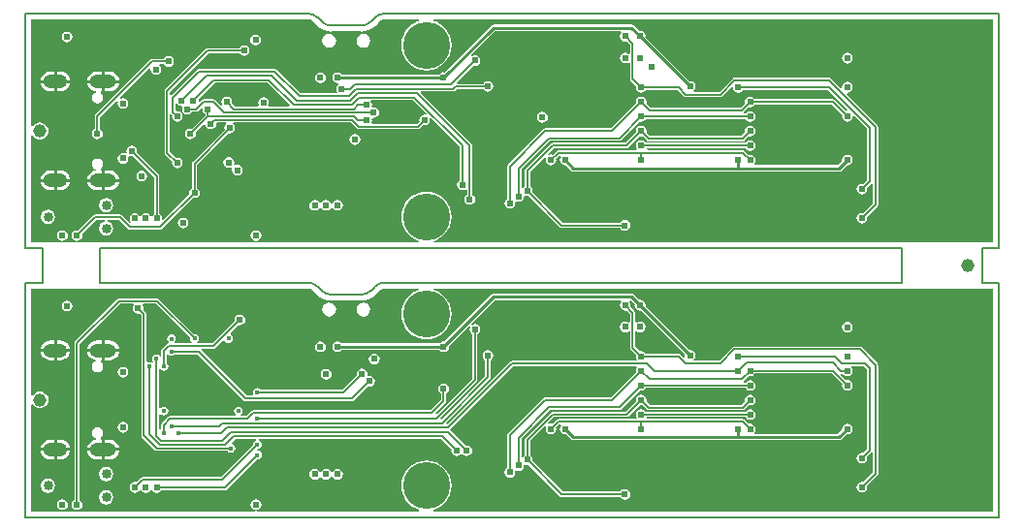
<source format=gbl>
G04*
G04 #@! TF.GenerationSoftware,Altium Limited,Altium Designer,20.0.7 (75)*
G04*
G04 Layer_Physical_Order=4*
G04 Layer_Color=16711680*
%FSLAX44Y44*%
%MOMM*%
G71*
G01*
G75*
%ADD10C,0.2540*%
%ADD14C,0.2032*%
%ADD21C,0.1524*%
%ADD76C,0.8500*%
%ADD80C,1.1520*%
%ADD81O,2.1000X1.2000*%
%ADD82O,2.3000X1.2000*%
%ADD83C,4.1000*%
%ADD84C,0.6200*%
%ADD85C,0.4500*%
G36*
X419911Y20985D02*
X419013Y20087D01*
X-68636Y20088D01*
X-68824Y21358D01*
X-66531Y22054D01*
X-62705Y24099D01*
X-59351Y26851D01*
X-56599Y30205D01*
X-54554Y34031D01*
X-53295Y38182D01*
X-52870Y42500D01*
X-53295Y46817D01*
X-54554Y50969D01*
X-56599Y54795D01*
X-59351Y58149D01*
X-62705Y60901D01*
X-66531Y62946D01*
X-70683Y64205D01*
X-75000Y64630D01*
X-79317Y64205D01*
X-83469Y62946D01*
X-87295Y60901D01*
X-90649Y58149D01*
X-93401Y54795D01*
X-95446Y50969D01*
X-96705Y46817D01*
X-97130Y42500D01*
X-96705Y38182D01*
X-95446Y34031D01*
X-93401Y30205D01*
X-90649Y26851D01*
X-87295Y24099D01*
X-83469Y22054D01*
X-81176Y21358D01*
X-81364Y20089D01*
X-223255Y20089D01*
X-223380Y21359D01*
X-222922Y21450D01*
X-221946Y21644D01*
X-220416Y22666D01*
X-219394Y24196D01*
X-219035Y26000D01*
X-219394Y27804D01*
X-220416Y29334D01*
X-221946Y30356D01*
X-223750Y30715D01*
X-225554Y30356D01*
X-227084Y29334D01*
X-228106Y27804D01*
X-228465Y26000D01*
X-228106Y24196D01*
X-227084Y22666D01*
X-225554Y21644D01*
X-224578Y21450D01*
X-224120Y21359D01*
X-224245Y20089D01*
X-419911Y20090D01*
X-419911Y113205D01*
X-418641Y113537D01*
X-417695Y112305D01*
X-416173Y111137D01*
X-414402Y110403D01*
X-412500Y110153D01*
X-410598Y110403D01*
X-408827Y111137D01*
X-407305Y112305D01*
X-406137Y113827D01*
X-405404Y115598D01*
X-405153Y117500D01*
X-405404Y119402D01*
X-406137Y121173D01*
X-407305Y122695D01*
X-408827Y123862D01*
X-410598Y124597D01*
X-412500Y124847D01*
X-414402Y124597D01*
X-416173Y123862D01*
X-417695Y122695D01*
X-418641Y121463D01*
X-419911Y121795D01*
X-419910Y214910D01*
X-178500Y214909D01*
Y214892D01*
X-176698Y214654D01*
X-175019Y213959D01*
X-173577Y212852D01*
X-173565Y212864D01*
X-173564Y212864D01*
X-173553Y212856D01*
X-170134Y209437D01*
X-170134Y209437D01*
X-170157Y209414D01*
X-167552Y207276D01*
X-164579Y205687D01*
X-161354Y204708D01*
X-158000Y204378D01*
Y204410D01*
X-132000Y204410D01*
Y204378D01*
X-128646Y204708D01*
X-125421Y205687D01*
X-122448Y207276D01*
X-119843Y209414D01*
X-119866Y209437D01*
X-117335Y211969D01*
X-116423Y212852D01*
X-114981Y213959D01*
X-113302Y214654D01*
X-111500Y214892D01*
Y214909D01*
X-81371Y214909D01*
X-81183Y213639D01*
X-83469Y212946D01*
X-87295Y210901D01*
X-90649Y208149D01*
X-93401Y204795D01*
X-95446Y200969D01*
X-96705Y196817D01*
X-97130Y192500D01*
X-96705Y188183D01*
X-95446Y184031D01*
X-93401Y180205D01*
X-90649Y176851D01*
X-87295Y174099D01*
X-83469Y172054D01*
X-79317Y170795D01*
X-75000Y170369D01*
X-70683Y170795D01*
X-66531Y172054D01*
X-62705Y174099D01*
X-59351Y176851D01*
X-56599Y180205D01*
X-54554Y184031D01*
X-53295Y188183D01*
X-52870Y192500D01*
X-53295Y196817D01*
X-54554Y200969D01*
X-56599Y204795D01*
X-59351Y208149D01*
X-62705Y210901D01*
X-66531Y212946D01*
X-68817Y213640D01*
X-68629Y214909D01*
X419910Y214911D01*
X419911Y20985D01*
D02*
G37*
G36*
Y-214015D02*
X419013Y-214913D01*
X-68636Y-214912D01*
X-68824Y-213642D01*
X-66531Y-212946D01*
X-62705Y-210901D01*
X-59351Y-208149D01*
X-56599Y-204795D01*
X-54554Y-200969D01*
X-53295Y-196817D01*
X-52870Y-192500D01*
X-53295Y-188183D01*
X-54554Y-184031D01*
X-56599Y-180205D01*
X-59351Y-176851D01*
X-62705Y-174099D01*
X-66531Y-172054D01*
X-70683Y-170795D01*
X-75000Y-170369D01*
X-79317Y-170795D01*
X-83469Y-172054D01*
X-87295Y-174099D01*
X-90649Y-176851D01*
X-93401Y-180205D01*
X-95446Y-184031D01*
X-96705Y-188183D01*
X-97130Y-192500D01*
X-96705Y-196817D01*
X-95446Y-200969D01*
X-93401Y-204795D01*
X-90649Y-208149D01*
X-87295Y-210901D01*
X-83469Y-212946D01*
X-81176Y-213641D01*
X-81364Y-214911D01*
X-223255Y-214911D01*
X-223380Y-213641D01*
X-222922Y-213550D01*
X-221946Y-213356D01*
X-220416Y-212334D01*
X-219394Y-210804D01*
X-219035Y-209000D01*
X-219394Y-207196D01*
X-220416Y-205666D01*
X-221946Y-204644D01*
X-223750Y-204285D01*
X-225554Y-204644D01*
X-227084Y-205666D01*
X-228106Y-207196D01*
X-228465Y-209000D01*
X-228106Y-210804D01*
X-227084Y-212334D01*
X-225554Y-213356D01*
X-224578Y-213550D01*
X-224120Y-213641D01*
X-224245Y-214911D01*
X-419911Y-214910D01*
X-419911Y-121795D01*
X-418641Y-121463D01*
X-417695Y-122695D01*
X-416173Y-123862D01*
X-414402Y-124597D01*
X-412500Y-124847D01*
X-410598Y-124597D01*
X-408827Y-123862D01*
X-407305Y-122695D01*
X-406137Y-121173D01*
X-405404Y-119402D01*
X-405153Y-117500D01*
X-405404Y-115598D01*
X-406137Y-113827D01*
X-407305Y-112305D01*
X-408827Y-111137D01*
X-410598Y-110403D01*
X-412500Y-110153D01*
X-414402Y-110403D01*
X-416173Y-111137D01*
X-417695Y-112305D01*
X-418641Y-113537D01*
X-419911Y-113205D01*
X-419910Y-20090D01*
X-178500Y-20091D01*
Y-20108D01*
X-176698Y-20346D01*
X-175019Y-21041D01*
X-173577Y-22148D01*
X-173565Y-22136D01*
X-173564Y-22136D01*
X-173553Y-22144D01*
X-170134Y-25563D01*
X-170134Y-25563D01*
X-170157Y-25586D01*
X-167552Y-27724D01*
X-164579Y-29313D01*
X-161354Y-30292D01*
X-158000Y-30622D01*
Y-30590D01*
X-132000Y-30590D01*
Y-30622D01*
X-128646Y-30292D01*
X-125421Y-29313D01*
X-122448Y-27724D01*
X-119843Y-25586D01*
X-119866Y-25563D01*
X-117335Y-23031D01*
X-116423Y-22148D01*
X-114981Y-21041D01*
X-113302Y-20346D01*
X-111500Y-20108D01*
Y-20091D01*
X-81371Y-20091D01*
X-81183Y-21361D01*
X-83469Y-22054D01*
X-87295Y-24099D01*
X-90649Y-26851D01*
X-93401Y-30205D01*
X-95446Y-34031D01*
X-96705Y-38182D01*
X-97130Y-42500D01*
X-96705Y-46817D01*
X-95446Y-50969D01*
X-93401Y-54795D01*
X-90649Y-58149D01*
X-87295Y-60901D01*
X-83469Y-62946D01*
X-79317Y-64205D01*
X-75000Y-64630D01*
X-70683Y-64205D01*
X-66531Y-62946D01*
X-62705Y-60901D01*
X-59351Y-58149D01*
X-56599Y-54795D01*
X-54554Y-50969D01*
X-53295Y-46817D01*
X-52870Y-42500D01*
X-53295Y-38182D01*
X-54554Y-34031D01*
X-56599Y-30205D01*
X-59351Y-26851D01*
X-62705Y-24099D01*
X-66531Y-22054D01*
X-68817Y-21360D01*
X-68629Y-20090D01*
X419910Y-20089D01*
X419911Y-214015D01*
D02*
G37*
%LPC*%
G36*
X104080Y210519D02*
X104080Y210519D01*
X-16330D01*
X-16330Y210519D01*
X-17420Y210302D01*
X-18344Y209684D01*
X-18344Y209684D01*
X-59294Y168735D01*
X-60000Y168876D01*
X-61804Y168517D01*
X-63334Y167495D01*
X-63765Y166849D01*
X-148900D01*
X-149212Y167316D01*
X-150742Y168338D01*
X-152546Y168697D01*
X-154350Y168338D01*
X-155880Y167316D01*
X-156902Y165786D01*
X-157261Y163982D01*
X-156902Y162178D01*
X-155880Y160648D01*
X-154350Y159626D01*
X-152546Y159267D01*
X-152067Y159363D01*
X-151572Y158166D01*
X-152324Y157664D01*
X-153346Y156134D01*
X-153705Y154330D01*
X-153346Y152526D01*
X-152714Y151581D01*
X-153393Y150311D01*
X-184855D01*
X-205762Y171218D01*
X-206518Y171723D01*
X-207410Y171901D01*
X-273450D01*
X-274342Y171723D01*
X-275098Y171218D01*
X-297789Y148527D01*
X-298471Y148655D01*
X-299059Y148996D01*
Y151333D01*
X-265119Y185273D01*
X-238084D01*
X-237414Y184270D01*
X-235884Y183248D01*
X-234080Y182889D01*
X-232276Y183248D01*
X-230746Y184270D01*
X-229724Y185800D01*
X-229365Y187604D01*
X-229724Y189408D01*
X-230746Y190938D01*
X-232276Y191960D01*
X-234080Y192319D01*
X-235884Y191960D01*
X-237414Y190938D01*
X-238084Y189935D01*
X-266084D01*
X-266976Y189757D01*
X-267732Y189252D01*
X-303038Y153946D01*
X-303543Y153190D01*
X-303721Y152298D01*
Y98450D01*
X-303543Y97558D01*
X-303038Y96802D01*
X-296979Y90743D01*
X-297215Y89560D01*
X-296856Y87756D01*
X-295834Y86226D01*
X-294304Y85204D01*
X-292500Y84845D01*
X-290696Y85204D01*
X-289166Y86226D01*
X-288144Y87756D01*
X-287785Y89560D01*
X-288144Y91364D01*
X-289166Y92894D01*
X-290696Y93916D01*
X-292500Y94275D01*
X-293683Y94039D01*
X-299059Y99415D01*
Y131724D01*
X-298471Y132065D01*
X-297858Y132180D01*
X-296994Y131311D01*
X-297215Y130200D01*
X-296856Y128396D01*
X-295834Y126866D01*
X-294304Y125844D01*
X-292500Y125485D01*
X-290696Y125844D01*
X-289166Y126866D01*
X-288144Y128396D01*
X-287785Y130200D01*
X-288144Y132004D01*
X-289166Y133534D01*
X-290696Y134556D01*
X-292500Y134915D01*
X-292755Y134864D01*
X-293979Y135892D01*
Y141477D01*
X-292709Y141862D01*
X-292024Y140836D01*
X-290494Y139814D01*
X-288690Y139455D01*
X-288634Y139467D01*
X-287928Y138411D01*
X-287966Y138354D01*
X-288325Y136550D01*
X-287966Y134746D01*
X-286944Y133216D01*
X-285414Y132194D01*
X-283610Y131835D01*
X-281806Y132194D01*
X-280276Y133216D01*
X-279606Y134219D01*
X-275990D01*
X-275098Y134397D01*
X-274342Y134902D01*
X-271627Y137616D01*
X-270457Y136991D01*
X-270545Y136550D01*
X-270186Y134746D01*
X-269164Y133216D01*
X-268161Y132546D01*
Y131165D01*
X-279887Y119439D01*
X-281070Y119675D01*
X-282874Y119316D01*
X-284404Y118294D01*
X-285426Y116764D01*
X-285785Y114960D01*
X-285426Y113156D01*
X-284404Y111626D01*
X-282874Y110604D01*
X-281070Y110245D01*
X-279266Y110604D01*
X-277736Y111626D01*
X-276714Y113156D01*
X-276355Y114960D01*
X-276591Y116143D01*
X-269230Y123503D01*
X-267852Y123085D01*
X-267646Y122046D01*
X-266624Y120516D01*
X-265094Y119494D01*
X-263290Y119135D01*
X-261486Y119494D01*
X-259956Y120516D01*
X-258934Y122046D01*
X-258575Y123850D01*
X-257778Y124821D01*
X-250133D01*
X-249748Y123551D01*
X-250074Y123334D01*
X-251096Y121804D01*
X-251455Y120000D01*
X-251219Y118817D01*
X-279162Y90874D01*
X-279667Y90118D01*
X-279845Y89226D01*
Y67656D01*
X-280848Y66986D01*
X-281870Y65456D01*
X-282229Y63652D01*
X-281993Y62469D01*
X-304746Y39716D01*
X-305916Y40342D01*
X-305785Y41000D01*
X-306144Y42804D01*
X-307166Y44334D01*
X-308169Y45004D01*
Y78134D01*
X-308347Y79026D01*
X-308852Y79782D01*
X-327915Y98845D01*
X-327680Y100028D01*
X-328039Y101832D01*
X-329061Y103362D01*
X-330590Y104384D01*
X-332395Y104743D01*
X-334199Y104384D01*
X-335728Y103362D01*
X-336750Y101832D01*
X-337109Y100028D01*
X-336795Y98447D01*
X-337329Y97892D01*
X-337824Y97607D01*
X-338196Y97856D01*
X-340000Y98215D01*
X-341804Y97856D01*
X-343334Y96834D01*
X-344356Y95304D01*
X-344715Y93500D01*
X-344356Y91696D01*
X-343334Y90166D01*
X-341804Y89144D01*
X-340000Y88785D01*
X-338196Y89144D01*
X-336666Y90166D01*
X-335644Y91696D01*
X-335285Y93500D01*
X-335600Y95081D01*
X-335066Y95637D01*
X-334571Y95921D01*
X-334199Y95673D01*
X-332395Y95314D01*
X-331212Y95549D01*
X-312831Y77168D01*
Y45004D01*
X-313834Y44334D01*
X-314541Y43274D01*
X-315958D01*
X-316666Y44334D01*
X-318196Y45356D01*
X-320000Y45715D01*
X-321804Y45356D01*
X-323334Y44334D01*
X-324041Y43274D01*
X-325458D01*
X-326166Y44334D01*
X-327696Y45356D01*
X-329500Y45715D01*
X-331304Y45356D01*
X-332834Y44334D01*
X-333856Y42804D01*
X-334215Y41000D01*
X-333856Y39196D01*
X-332834Y37666D01*
X-333120Y36330D01*
X-333437Y36257D01*
X-340890Y43710D01*
X-341646Y44215D01*
X-342538Y44393D01*
X-364128D01*
X-365020Y44215D01*
X-365776Y43710D01*
X-378947Y30539D01*
X-380130Y30775D01*
X-381934Y30416D01*
X-383464Y29394D01*
X-384486Y27864D01*
X-384845Y26060D01*
X-384486Y24256D01*
X-383464Y22726D01*
X-381934Y21704D01*
X-380130Y21345D01*
X-378326Y21704D01*
X-376796Y22726D01*
X-375774Y24256D01*
X-375415Y26060D01*
X-375651Y27243D01*
X-363162Y39731D01*
X-355850D01*
X-355725Y38461D01*
X-357028Y38202D01*
X-359086Y36827D01*
X-360462Y34768D01*
X-360945Y32340D01*
X-360462Y29912D01*
X-359086Y27854D01*
X-357028Y26478D01*
X-354600Y25995D01*
X-352172Y26478D01*
X-350113Y27854D01*
X-348738Y29912D01*
X-348255Y32340D01*
X-348738Y34768D01*
X-350113Y36827D01*
X-352172Y38202D01*
X-353475Y38461D01*
X-353350Y39731D01*
X-343503D01*
X-335550Y31778D01*
X-334794Y31273D01*
X-333902Y31095D01*
X-307740D01*
X-306848Y31273D01*
X-306092Y31778D01*
X-278697Y59173D01*
X-277514Y58937D01*
X-275710Y59296D01*
X-274180Y60318D01*
X-273158Y61848D01*
X-272799Y63652D01*
X-273158Y65456D01*
X-274180Y66986D01*
X-275183Y67656D01*
Y88260D01*
X-247923Y115521D01*
X-246740Y115285D01*
X-244936Y115644D01*
X-243406Y116666D01*
X-242384Y118196D01*
X-242025Y120000D01*
X-242384Y121804D01*
X-243406Y123334D01*
X-243732Y123551D01*
X-243347Y124821D01*
X-140811D01*
X-135652Y119662D01*
X-134896Y119157D01*
X-134004Y118979D01*
X-82442D01*
X-81550Y119157D01*
X-80794Y119662D01*
X-77783Y122673D01*
X-76600Y122437D01*
X-74796Y122796D01*
X-73266Y123818D01*
X-72244Y125348D01*
X-71885Y127152D01*
X-72099Y128227D01*
X-70929Y128853D01*
X-45911Y103834D01*
Y74514D01*
X-46914Y73844D01*
X-47936Y72314D01*
X-48295Y70510D01*
X-47936Y68706D01*
X-46914Y67176D01*
X-45384Y66154D01*
X-43580Y65795D01*
X-41776Y66154D01*
X-40831Y66786D01*
X-39561Y66107D01*
Y61814D01*
X-40564Y61144D01*
X-41586Y59614D01*
X-41945Y57810D01*
X-41586Y56006D01*
X-40564Y54476D01*
X-39034Y53454D01*
X-37230Y53095D01*
X-35426Y53454D01*
X-33896Y54476D01*
X-32874Y56006D01*
X-32515Y57810D01*
X-32874Y59614D01*
X-33896Y61144D01*
X-34899Y61814D01*
Y104800D01*
X-35077Y105692D01*
X-35582Y106448D01*
X-79960Y150826D01*
X-79474Y151999D01*
X-51708D01*
X-50816Y152177D01*
X-50060Y152682D01*
X-48823Y153919D01*
X-25254D01*
X-24584Y152916D01*
X-23054Y151894D01*
X-21250Y151535D01*
X-19446Y151894D01*
X-17916Y152916D01*
X-16894Y154446D01*
X-16535Y156250D01*
X-16894Y158054D01*
X-17916Y159584D01*
X-19446Y160606D01*
X-21250Y160965D01*
X-23054Y160606D01*
X-24584Y159584D01*
X-25254Y158581D01*
X-48077D01*
X-48603Y159851D01*
X-33933Y174521D01*
X-32750Y174285D01*
X-30946Y174644D01*
X-29416Y175666D01*
X-28394Y177196D01*
X-28035Y179000D01*
X-28394Y180804D01*
X-29416Y182334D01*
X-30946Y183356D01*
X-32750Y183715D01*
X-34554Y183356D01*
X-35354Y182822D01*
X-36163Y183808D01*
X-15150Y204821D01*
X94732D01*
X95106Y203754D01*
X95145Y203551D01*
X94144Y202054D01*
X93785Y200250D01*
X94144Y198446D01*
X95166Y196916D01*
X96696Y195894D01*
X98500Y195535D01*
X99683Y195771D01*
X102669Y192785D01*
Y185445D01*
X101399Y184874D01*
X100304Y185606D01*
X98500Y185965D01*
X96696Y185606D01*
X95166Y184584D01*
X94144Y183054D01*
X93785Y181250D01*
X94144Y179446D01*
X95166Y177916D01*
X96696Y176894D01*
X98500Y176535D01*
X100304Y176894D01*
X101399Y177626D01*
X102669Y177055D01*
Y163200D01*
X102847Y162308D01*
X103352Y161552D01*
X108121Y156783D01*
X107885Y155600D01*
X108244Y153796D01*
X109266Y152266D01*
X110796Y151244D01*
X112600Y150885D01*
X114404Y151244D01*
X115934Y152266D01*
X116604Y153269D01*
X144353D01*
X150020Y147602D01*
X150777Y147097D01*
X151669Y146919D01*
X181500D01*
X182392Y147097D01*
X183148Y147602D01*
X191451Y155905D01*
X192070Y155752D01*
X192728Y155386D01*
X193044Y153796D01*
X194066Y152266D01*
X195596Y151244D01*
X197400Y150885D01*
X199204Y151244D01*
X200734Y152266D01*
X201404Y153269D01*
X275935D01*
X293055Y136149D01*
X292592Y135161D01*
X292478Y134993D01*
X291227Y134819D01*
X281498Y144548D01*
X280742Y145053D01*
X279850Y145231D01*
X211604D01*
X210934Y146234D01*
X209404Y147256D01*
X207600Y147615D01*
X205796Y147256D01*
X204266Y146234D01*
X203244Y144704D01*
X202885Y142900D01*
X203121Y141717D01*
X199235Y137831D01*
X120965D01*
X117079Y141717D01*
X117315Y142900D01*
X116956Y144704D01*
X115934Y146234D01*
X114404Y147256D01*
X112600Y147615D01*
X110796Y147256D01*
X109266Y146234D01*
X108244Y144704D01*
X107885Y142900D01*
X108121Y141717D01*
X86235Y119831D01*
X28810D01*
X27918Y119653D01*
X27162Y119148D01*
X-3826Y88160D01*
X-4331Y87404D01*
X-4509Y86512D01*
Y58258D01*
X-5512Y57588D01*
X-6534Y56058D01*
X-6893Y54254D01*
X-6534Y52450D01*
X-5512Y50920D01*
X-3982Y49898D01*
X-2178Y49539D01*
X-374Y49898D01*
X1156Y50920D01*
X2178Y52450D01*
X2537Y54254D01*
X2377Y55055D01*
X3520Y55819D01*
X3638Y55740D01*
X5442Y55381D01*
X7246Y55740D01*
X8776Y56762D01*
X9798Y58292D01*
X10157Y60096D01*
X10145Y60152D01*
X11201Y60858D01*
X11258Y60820D01*
X13062Y60461D01*
X14245Y60697D01*
X41590Y33352D01*
X42346Y32847D01*
X43238Y32669D01*
X94246D01*
X94916Y31666D01*
X96446Y30644D01*
X98250Y30285D01*
X100054Y30644D01*
X101584Y31666D01*
X102606Y33196D01*
X102965Y35000D01*
X102606Y36804D01*
X101584Y38334D01*
X100054Y39356D01*
X98250Y39715D01*
X96446Y39356D01*
X94916Y38334D01*
X94246Y37331D01*
X44203D01*
X17541Y63993D01*
X17777Y65176D01*
X17418Y66980D01*
X16396Y68510D01*
X15393Y69180D01*
Y81847D01*
X28504Y94958D01*
X29490Y94148D01*
X29394Y94004D01*
X29035Y92200D01*
X29394Y90396D01*
X30416Y88866D01*
X31946Y87844D01*
X33750Y87485D01*
X35554Y87844D01*
X37084Y88866D01*
X38106Y90396D01*
X38465Y92200D01*
X38229Y93383D01*
X40885Y96039D01*
X42037Y95917D01*
X42553Y94791D01*
X41894Y93804D01*
X41535Y92000D01*
X41894Y90196D01*
X42916Y88666D01*
X44446Y87644D01*
X46250Y87285D01*
X46822Y87399D01*
X51236Y82986D01*
X51236Y82986D01*
X52160Y82368D01*
X53250Y82151D01*
X53250Y82151D01*
X285300D01*
X285300Y82151D01*
X286390Y82368D01*
X287314Y82986D01*
X291828Y87499D01*
X292400Y87385D01*
X294204Y87744D01*
X295734Y88766D01*
X296756Y90296D01*
X297115Y92100D01*
X296756Y93904D01*
X295734Y95434D01*
X294204Y96456D01*
X292400Y96815D01*
X290596Y96456D01*
X289066Y95434D01*
X288044Y93904D01*
X287685Y92100D01*
X287799Y91528D01*
X284120Y87849D01*
X211672D01*
X211169Y89119D01*
X211956Y90296D01*
X212315Y92100D01*
X211956Y93904D01*
X210934Y95434D01*
X209404Y96456D01*
X207600Y96815D01*
X206417Y96579D01*
X202848Y100148D01*
X202092Y100653D01*
X201200Y100831D01*
X118099Y100831D01*
X117380Y102101D01*
X117601Y102469D01*
X203596D01*
X204266Y101466D01*
X205796Y100444D01*
X207600Y100085D01*
X209404Y100444D01*
X210934Y101466D01*
X211956Y102996D01*
X212315Y104800D01*
X211956Y106604D01*
X210934Y108134D01*
X209404Y109156D01*
X207600Y109515D01*
X205796Y109156D01*
X204266Y108134D01*
X203596Y107131D01*
X116604D01*
X115934Y108134D01*
X114404Y109156D01*
X112600Y109515D01*
X110796Y109156D01*
X109266Y108134D01*
X108244Y106604D01*
X107885Y104800D01*
X108244Y102996D01*
X108842Y102101D01*
X108163Y100831D01*
X40050D01*
X39158Y100653D01*
X38402Y100148D01*
X34933Y96679D01*
X33750Y96915D01*
X31946Y96556D01*
X31802Y96460D01*
X30992Y97446D01*
X35965Y102419D01*
X99850D01*
X100742Y102597D01*
X101498Y103102D01*
X111417Y113021D01*
X112600Y112785D01*
X113783Y113021D01*
X117702Y109102D01*
X118458Y108597D01*
X119350Y108419D01*
X200850D01*
X201742Y108597D01*
X202498Y109102D01*
X206417Y113021D01*
X207600Y112785D01*
X209404Y113144D01*
X210934Y114166D01*
X211956Y115696D01*
X212315Y117500D01*
X211956Y119304D01*
X210934Y120834D01*
X209404Y121856D01*
X207600Y122215D01*
X205796Y121856D01*
X204266Y120834D01*
X203244Y119304D01*
X202885Y117500D01*
X203121Y116317D01*
X199885Y113081D01*
X120316D01*
X117079Y116317D01*
X117315Y117500D01*
X116956Y119304D01*
X115934Y120834D01*
X114404Y121856D01*
X112600Y122215D01*
X110796Y121856D01*
X109266Y120834D01*
X108244Y119304D01*
X107885Y117500D01*
X108121Y116317D01*
X98885Y107081D01*
X35000D01*
X34108Y106903D01*
X33352Y106398D01*
X11414Y84460D01*
X10909Y83704D01*
X10731Y82812D01*
Y69180D01*
X9728Y68510D01*
X9043Y67484D01*
X7773Y67869D01*
Y83515D01*
X33077Y108819D01*
X93550D01*
X94442Y108997D01*
X95198Y109502D01*
X111417Y125721D01*
X112600Y125485D01*
X114404Y125844D01*
X115934Y126866D01*
X116604Y127869D01*
X203596D01*
X204266Y126866D01*
X205796Y125844D01*
X207600Y125485D01*
X209404Y125844D01*
X210934Y126866D01*
X211956Y128396D01*
X212315Y130200D01*
X211956Y132004D01*
X210934Y133534D01*
X209404Y134556D01*
X207600Y134915D01*
X205796Y134556D01*
X204266Y133534D01*
X203596Y132531D01*
X202157D01*
X201772Y133801D01*
X201848Y133852D01*
X206417Y138421D01*
X207600Y138185D01*
X209404Y138544D01*
X210934Y139566D01*
X211604Y140569D01*
X278885D01*
X288021Y131433D01*
X287785Y130250D01*
X288144Y128446D01*
X289166Y126916D01*
X290696Y125894D01*
X292500Y125535D01*
X294304Y125894D01*
X295834Y126916D01*
X296856Y128446D01*
X297205Y130203D01*
X297411Y130342D01*
X298399Y130805D01*
X309689Y119515D01*
Y74585D01*
X306283Y71179D01*
X305100Y71415D01*
X303296Y71056D01*
X301766Y70034D01*
X300744Y68504D01*
X300385Y66700D01*
X300744Y64896D01*
X301766Y63366D01*
X303296Y62344D01*
X305100Y61985D01*
X306904Y62344D01*
X308434Y63366D01*
X309456Y64896D01*
X309815Y66700D01*
X309579Y67883D01*
X313499Y71803D01*
X314181Y71675D01*
X314769Y71334D01*
Y54265D01*
X306283Y45779D01*
X305100Y46015D01*
X303296Y45656D01*
X301766Y44634D01*
X300744Y43104D01*
X300385Y41300D01*
X300744Y39496D01*
X301766Y37966D01*
X303296Y36944D01*
X305100Y36585D01*
X306904Y36944D01*
X308434Y37966D01*
X309456Y39496D01*
X309815Y41300D01*
X309579Y42483D01*
X318748Y51652D01*
X319253Y52408D01*
X319431Y53300D01*
Y121050D01*
X319253Y121942D01*
X318748Y122698D01*
X291633Y149813D01*
X292259Y150983D01*
X292500Y150935D01*
X294304Y151294D01*
X295834Y152316D01*
X296856Y153846D01*
X297215Y155650D01*
X296856Y157454D01*
X295834Y158984D01*
X294304Y160006D01*
X292500Y160365D01*
X290696Y160006D01*
X289166Y158984D01*
X288144Y157454D01*
X287785Y155650D01*
X287833Y155409D01*
X286663Y154783D01*
X278048Y163398D01*
X277292Y163903D01*
X276400Y164081D01*
X194000D01*
X193108Y163903D01*
X192352Y163398D01*
X180535Y151581D01*
X158755D01*
X158370Y152851D01*
X158636Y153028D01*
X159658Y154558D01*
X160017Y156362D01*
X159658Y158166D01*
X158636Y159696D01*
X157106Y160718D01*
X155302Y161077D01*
X154730Y160963D01*
X116087Y199606D01*
X116215Y200250D01*
X115856Y202054D01*
X114834Y203584D01*
X113304Y204606D01*
X111500Y204965D01*
X110928Y204851D01*
X106094Y209684D01*
X105170Y210302D01*
X104080Y210519D01*
D02*
G37*
G36*
X-388750Y204215D02*
X-390554Y203856D01*
X-392084Y202834D01*
X-393106Y201304D01*
X-393465Y199500D01*
X-393106Y197696D01*
X-392084Y196166D01*
X-390554Y195144D01*
X-388750Y194785D01*
X-386946Y195144D01*
X-385416Y196166D01*
X-384394Y197696D01*
X-384035Y199500D01*
X-384394Y201304D01*
X-385416Y202834D01*
X-386946Y203856D01*
X-388750Y204215D01*
D02*
G37*
G36*
X-224174Y201717D02*
X-225978Y201358D01*
X-227508Y200336D01*
X-228530Y198806D01*
X-228889Y197002D01*
X-228530Y195198D01*
X-227508Y193668D01*
X-225978Y192646D01*
X-224174Y192287D01*
X-222370Y192646D01*
X-220840Y193668D01*
X-219818Y195198D01*
X-219459Y197002D01*
X-219818Y198806D01*
X-220840Y200336D01*
X-222370Y201358D01*
X-224174Y201717D01*
D02*
G37*
G36*
X-130000Y202642D02*
X-132351Y202174D01*
X-134343Y200843D01*
X-135674Y198850D01*
X-136142Y196500D01*
X-135674Y194149D01*
X-134343Y192157D01*
X-132351Y190826D01*
X-130000Y190358D01*
X-127650Y190826D01*
X-125657Y192157D01*
X-124326Y194149D01*
X-123858Y196500D01*
X-124326Y198850D01*
X-125657Y200843D01*
X-127650Y202174D01*
X-130000Y202642D01*
D02*
G37*
G36*
X-160000D02*
X-162350Y202174D01*
X-164343Y200843D01*
X-165674Y198850D01*
X-166142Y196500D01*
X-165674Y194149D01*
X-164343Y192157D01*
X-162350Y190826D01*
X-160000Y190358D01*
X-157650Y190826D01*
X-155657Y192157D01*
X-154326Y194149D01*
X-153858Y196500D01*
X-154326Y198850D01*
X-155657Y200843D01*
X-157650Y202174D01*
X-160000Y202642D01*
D02*
G37*
G36*
X292500Y185765D02*
X290696Y185406D01*
X289166Y184384D01*
X288144Y182854D01*
X287785Y181050D01*
X288144Y179246D01*
X289166Y177716D01*
X290696Y176694D01*
X292500Y176335D01*
X294304Y176694D01*
X295834Y177716D01*
X296856Y179246D01*
X297215Y181050D01*
X296856Y182854D01*
X295834Y184384D01*
X294304Y185406D01*
X292500Y185765D01*
D02*
G37*
G36*
X-300120Y182921D02*
X-301924Y182562D01*
X-303454Y181540D01*
X-304124Y180537D01*
X-314344D01*
X-315236Y180359D01*
X-315992Y179854D01*
X-363998Y131848D01*
X-364503Y131092D01*
X-364681Y130200D01*
Y119004D01*
X-365684Y118334D01*
X-366706Y116804D01*
X-367065Y115000D01*
X-366706Y113196D01*
X-365684Y111666D01*
X-364154Y110644D01*
X-362350Y110285D01*
X-360546Y110644D01*
X-359016Y111666D01*
X-357994Y113196D01*
X-357635Y115000D01*
X-357994Y116804D01*
X-359016Y118334D01*
X-360019Y119004D01*
Y129235D01*
X-345453Y143800D01*
X-345177Y143676D01*
X-344406Y143052D01*
X-344715Y141500D01*
X-344356Y139696D01*
X-343334Y138166D01*
X-341804Y137144D01*
X-340000Y136785D01*
X-338196Y137144D01*
X-336666Y138166D01*
X-335644Y139696D01*
X-335285Y141500D01*
X-335644Y143304D01*
X-336666Y144834D01*
X-338196Y145856D01*
X-340000Y146215D01*
X-341552Y145906D01*
X-342176Y146677D01*
X-342300Y146953D01*
X-317093Y172160D01*
X-315923Y171535D01*
X-316011Y171094D01*
X-315652Y169290D01*
X-314630Y167760D01*
X-313100Y166738D01*
X-311296Y166379D01*
X-309492Y166738D01*
X-307962Y167760D01*
X-306940Y169290D01*
X-306581Y171094D01*
X-306940Y172898D01*
X-307962Y174428D01*
X-308228Y174605D01*
X-307843Y175875D01*
X-304124D01*
X-303454Y174872D01*
X-301924Y173850D01*
X-300120Y173491D01*
X-298316Y173850D01*
X-296786Y174872D01*
X-295764Y176402D01*
X-295405Y178206D01*
X-295764Y180010D01*
X-296786Y181540D01*
X-298316Y182562D01*
X-300120Y182921D01*
D02*
G37*
G36*
X-394500Y169314D02*
X-397730D01*
Y161970D01*
X-386054D01*
X-386180Y162929D01*
X-387040Y165007D01*
X-388409Y166791D01*
X-390193Y168160D01*
X-392271Y169020D01*
X-394500Y169314D01*
D02*
G37*
G36*
X-400270D02*
X-403500D01*
X-405729Y169020D01*
X-407807Y168160D01*
X-409591Y166791D01*
X-410960Y165007D01*
X-411820Y162929D01*
X-411946Y161970D01*
X-400270D01*
Y169314D01*
D02*
G37*
G36*
X-351700D02*
X-355930D01*
Y161970D01*
X-343254D01*
X-343380Y162929D01*
X-344240Y165007D01*
X-345609Y166791D01*
X-347393Y168160D01*
X-349471Y169020D01*
X-351700Y169314D01*
D02*
G37*
G36*
X-358470D02*
X-362700D01*
X-364929Y169020D01*
X-367007Y168160D01*
X-368791Y166791D01*
X-370160Y165007D01*
X-371020Y162929D01*
X-371147Y161970D01*
X-358470D01*
Y169314D01*
D02*
G37*
G36*
X-167500Y168743D02*
X-169304Y168384D01*
X-170834Y167362D01*
X-171856Y165832D01*
X-172215Y164028D01*
X-171856Y162224D01*
X-170834Y160694D01*
X-169304Y159672D01*
X-167500Y159313D01*
X-165696Y159672D01*
X-164166Y160694D01*
X-163144Y162224D01*
X-162785Y164028D01*
X-163144Y165832D01*
X-164166Y167362D01*
X-165696Y168384D01*
X-167500Y168743D01*
D02*
G37*
G36*
X-343254Y159430D02*
X-355930D01*
Y152086D01*
X-351700D01*
X-349471Y152380D01*
X-347393Y153240D01*
X-345609Y154609D01*
X-344240Y156393D01*
X-343380Y158471D01*
X-343254Y159430D01*
D02*
G37*
G36*
X-386054Y159430D02*
X-397730D01*
Y152086D01*
X-394500D01*
X-392271Y152380D01*
X-390193Y153240D01*
X-388409Y154609D01*
X-387040Y156393D01*
X-386180Y158471D01*
X-386054Y159430D01*
D02*
G37*
G36*
X-400270D02*
X-411946D01*
X-411820Y158471D01*
X-410960Y156393D01*
X-409591Y154609D01*
X-407807Y153240D01*
X-405729Y152380D01*
X-403500Y152086D01*
X-400270D01*
Y159430D01*
D02*
G37*
G36*
X-358470Y159430D02*
X-371147D01*
X-371020Y158471D01*
X-370160Y156393D01*
X-368791Y154609D01*
X-367007Y153240D01*
X-364929Y152380D01*
X-363839Y152236D01*
X-363797Y150950D01*
X-364063Y150897D01*
X-365642Y149842D01*
X-366697Y148263D01*
X-367067Y146400D01*
X-366697Y144537D01*
X-365642Y142958D01*
X-364063Y141903D01*
X-362200Y141532D01*
X-360337Y141903D01*
X-358758Y142958D01*
X-357703Y144537D01*
X-357332Y146400D01*
X-357703Y148263D01*
X-358758Y149842D01*
X-359214Y150146D01*
X-359515Y151873D01*
X-359359Y152086D01*
X-358470D01*
Y159430D01*
D02*
G37*
G36*
X26270Y134153D02*
X24466Y133794D01*
X22936Y132772D01*
X21914Y131242D01*
X21555Y129438D01*
X21914Y127634D01*
X22936Y126104D01*
X24466Y125082D01*
X26270Y124723D01*
X28074Y125082D01*
X29604Y126104D01*
X30626Y127634D01*
X30985Y129438D01*
X30626Y131242D01*
X29604Y132772D01*
X28074Y133794D01*
X26270Y134153D01*
D02*
G37*
G36*
X-137500Y114715D02*
X-139304Y114356D01*
X-140834Y113334D01*
X-141856Y111804D01*
X-142215Y110000D01*
X-141856Y108196D01*
X-140834Y106666D01*
X-139304Y105644D01*
X-137500Y105285D01*
X-135696Y105644D01*
X-134166Y106666D01*
X-133144Y108196D01*
X-132785Y110000D01*
X-133144Y111804D01*
X-134166Y113334D01*
X-135696Y114356D01*
X-137500Y114715D01*
D02*
G37*
G36*
X-247500Y94715D02*
X-249304Y94356D01*
X-250834Y93334D01*
X-251856Y91804D01*
X-252215Y90000D01*
X-251856Y88196D01*
X-250834Y86666D01*
X-249304Y85644D01*
X-247500Y85285D01*
X-245696Y85644D01*
X-245588Y85716D01*
X-244856Y85230D01*
X-244559Y84876D01*
X-244891Y83210D01*
X-244532Y81406D01*
X-243510Y79876D01*
X-241980Y78854D01*
X-240176Y78495D01*
X-238372Y78854D01*
X-236842Y79876D01*
X-235820Y81406D01*
X-235461Y83210D01*
X-235820Y85014D01*
X-236842Y86544D01*
X-238372Y87566D01*
X-240176Y87925D01*
X-241980Y87566D01*
X-242088Y87494D01*
X-242820Y87980D01*
X-243117Y88334D01*
X-242785Y90000D01*
X-243144Y91804D01*
X-244166Y93334D01*
X-245696Y94356D01*
X-247500Y94715D01*
D02*
G37*
G36*
X-351700Y82914D02*
X-355930D01*
Y75570D01*
X-343254D01*
X-343380Y76529D01*
X-344240Y78607D01*
X-345609Y80391D01*
X-347393Y81760D01*
X-349471Y82620D01*
X-351700Y82914D01*
D02*
G37*
G36*
X-362200Y93468D02*
X-364063Y93097D01*
X-365642Y92042D01*
X-366697Y90463D01*
X-367067Y88600D01*
X-366697Y86737D01*
X-365642Y85158D01*
X-364063Y84103D01*
X-363797Y84050D01*
X-363839Y82764D01*
X-364929Y82620D01*
X-367007Y81760D01*
X-368791Y80391D01*
X-370160Y78607D01*
X-371020Y76529D01*
X-371147Y75570D01*
X-358470D01*
Y82914D01*
X-359359D01*
X-359515Y83127D01*
X-359214Y84854D01*
X-358758Y85158D01*
X-357703Y86737D01*
X-357332Y88600D01*
X-357703Y90463D01*
X-358758Y92042D01*
X-360337Y93097D01*
X-362200Y93468D01*
D02*
G37*
G36*
X-394500Y82914D02*
X-397730D01*
Y75570D01*
X-386054D01*
X-386180Y76529D01*
X-387040Y78607D01*
X-388409Y80391D01*
X-390193Y81760D01*
X-392271Y82620D01*
X-394500Y82914D01*
D02*
G37*
G36*
X-400270D02*
X-403500D01*
X-405729Y82620D01*
X-407807Y81760D01*
X-409591Y80391D01*
X-410960Y78607D01*
X-411820Y76529D01*
X-411946Y75570D01*
X-400270D01*
Y82914D01*
D02*
G37*
G36*
X-323488Y82845D02*
X-325292Y82486D01*
X-326822Y81464D01*
X-327844Y79934D01*
X-328203Y78130D01*
X-327844Y76326D01*
X-326822Y74796D01*
X-325292Y73774D01*
X-323488Y73415D01*
X-321684Y73774D01*
X-320154Y74796D01*
X-319132Y76326D01*
X-318773Y78130D01*
X-319132Y79934D01*
X-320154Y81464D01*
X-321684Y82486D01*
X-323488Y82845D01*
D02*
G37*
G36*
X-343254Y73030D02*
X-355930D01*
Y65686D01*
X-351700D01*
X-349471Y65980D01*
X-347393Y66840D01*
X-345609Y68209D01*
X-344240Y69993D01*
X-343380Y72071D01*
X-343254Y73030D01*
D02*
G37*
G36*
X-358470D02*
X-371147D01*
X-371020Y72071D01*
X-370160Y69993D01*
X-368791Y68209D01*
X-367007Y66840D01*
X-364929Y65980D01*
X-362700Y65686D01*
X-358470D01*
Y73030D01*
D02*
G37*
G36*
X-386054Y73030D02*
X-397730D01*
Y65686D01*
X-394500D01*
X-392271Y65980D01*
X-390193Y66840D01*
X-388409Y68209D01*
X-387040Y69993D01*
X-386180Y72071D01*
X-386054Y73030D01*
D02*
G37*
G36*
X-400270D02*
X-411946D01*
X-411820Y72071D01*
X-410960Y69993D01*
X-409591Y68209D01*
X-407807Y66840D01*
X-405729Y65980D01*
X-403500Y65686D01*
X-400270D01*
Y73030D01*
D02*
G37*
G36*
X-162500Y57215D02*
X-164304Y56856D01*
X-165834Y55834D01*
X-166851Y54311D01*
X-166889Y54304D01*
X-168111Y54304D01*
X-168149Y54311D01*
X-169166Y55834D01*
X-170696Y56856D01*
X-172500Y57215D01*
X-174304Y56856D01*
X-175834Y55834D01*
X-176856Y54304D01*
X-177215Y52500D01*
X-176856Y50696D01*
X-175834Y49166D01*
X-174304Y48144D01*
X-172500Y47785D01*
X-170696Y48144D01*
X-169166Y49166D01*
X-168149Y50689D01*
X-168111Y50696D01*
X-166889Y50696D01*
X-166851Y50689D01*
X-165834Y49166D01*
X-164304Y48144D01*
X-162500Y47785D01*
X-160696Y48144D01*
X-159166Y49166D01*
X-158149Y50689D01*
X-158111Y50696D01*
X-156889Y50696D01*
X-156851Y50689D01*
X-155834Y49166D01*
X-154304Y48144D01*
X-152500Y47785D01*
X-150696Y48144D01*
X-149166Y49166D01*
X-148144Y50696D01*
X-147785Y52500D01*
X-148144Y54304D01*
X-149166Y55834D01*
X-150696Y56856D01*
X-152500Y57215D01*
X-154304Y56856D01*
X-155834Y55834D01*
X-156851Y54311D01*
X-156889Y54304D01*
X-158111Y54304D01*
X-158149Y54311D01*
X-159166Y55834D01*
X-160696Y56856D01*
X-162500Y57215D01*
D02*
G37*
G36*
X-354600Y59005D02*
X-357028Y58522D01*
X-359086Y57147D01*
X-360462Y55088D01*
X-360945Y52660D01*
X-360462Y50232D01*
X-359086Y48173D01*
X-357028Y46798D01*
X-354600Y46315D01*
X-352172Y46798D01*
X-350113Y48173D01*
X-348738Y50232D01*
X-348255Y52660D01*
X-348738Y55088D01*
X-350113Y57147D01*
X-352172Y58522D01*
X-354600Y59005D01*
D02*
G37*
G36*
X-405400Y48845D02*
X-407828Y48362D01*
X-409887Y46986D01*
X-411262Y44928D01*
X-411745Y42500D01*
X-411262Y40072D01*
X-409887Y38014D01*
X-407828Y36638D01*
X-405400Y36155D01*
X-402972Y36638D01*
X-400914Y38014D01*
X-399538Y40072D01*
X-399055Y42500D01*
X-399538Y44928D01*
X-400914Y46986D01*
X-402972Y48362D01*
X-405400Y48845D01*
D02*
G37*
G36*
X-287500Y41777D02*
X-289304Y41418D01*
X-290834Y40396D01*
X-291856Y38866D01*
X-292215Y37062D01*
X-291856Y35258D01*
X-290834Y33728D01*
X-289304Y32706D01*
X-287500Y32347D01*
X-285696Y32706D01*
X-284166Y33728D01*
X-283144Y35258D01*
X-282785Y37062D01*
X-283144Y38866D01*
X-284166Y40396D01*
X-285696Y41418D01*
X-287500Y41777D01*
D02*
G37*
G36*
X-392830Y30775D02*
X-394634Y30416D01*
X-396164Y29394D01*
X-397186Y27864D01*
X-397545Y26060D01*
X-397186Y24256D01*
X-396164Y22726D01*
X-394634Y21704D01*
X-392830Y21345D01*
X-391026Y21704D01*
X-389496Y22726D01*
X-388474Y24256D01*
X-388115Y26060D01*
X-388474Y27864D01*
X-389496Y29394D01*
X-391026Y30416D01*
X-392830Y30775D01*
D02*
G37*
%LPD*%
G36*
X-194144Y140054D02*
X-194630Y138881D01*
X-212573D01*
X-213252Y140151D01*
X-212960Y140588D01*
X-212601Y142392D01*
X-212960Y144196D01*
X-213982Y145726D01*
X-215512Y146748D01*
X-217316Y147107D01*
X-219120Y146748D01*
X-220650Y145726D01*
X-221672Y144196D01*
X-222031Y142392D01*
X-221672Y140588D01*
X-221380Y140151D01*
X-222059Y138881D01*
X-242005D01*
X-244841Y141717D01*
X-244605Y142900D01*
X-244964Y144704D01*
X-245986Y146234D01*
X-247516Y147256D01*
X-249320Y147615D01*
X-251124Y147256D01*
X-252654Y146234D01*
X-253676Y144704D01*
X-254035Y142900D01*
X-253676Y141096D01*
X-253318Y140560D01*
X-254304Y139750D01*
X-259102Y144548D01*
X-259858Y145053D01*
X-260750Y145231D01*
X-269640D01*
X-270532Y145053D01*
X-271288Y144548D01*
X-272733Y143104D01*
X-273903Y143729D01*
X-273815Y144170D01*
X-274051Y145353D01*
X-259785Y159619D01*
X-213709D01*
X-194144Y140054D01*
D02*
G37*
G36*
X-74899Y132823D02*
X-75525Y131653D01*
X-76600Y131867D01*
X-78404Y131508D01*
X-79934Y130486D01*
X-80956Y128956D01*
X-81315Y127152D01*
X-81079Y125969D01*
X-83407Y123641D01*
X-122613D01*
X-123292Y124911D01*
X-122934Y125446D01*
X-122576Y127250D01*
X-122689Y127818D01*
X-121608Y128898D01*
X-121050Y128787D01*
X-119246Y129146D01*
X-117716Y130168D01*
X-116694Y131698D01*
X-116335Y133502D01*
X-116694Y135306D01*
X-117716Y136836D01*
X-119246Y137858D01*
X-121050Y138217D01*
X-121772Y138073D01*
X-122791Y139165D01*
X-122576Y140250D01*
X-122934Y142054D01*
X-123639Y143109D01*
X-123035Y144379D01*
X-86455D01*
X-74899Y132823D01*
D02*
G37*
%LPC*%
G36*
X104080Y-24481D02*
X104080Y-24481D01*
X-16330D01*
X-16330Y-24481D01*
X-17420Y-24698D01*
X-18344Y-25316D01*
X-18344Y-25316D01*
X-59428Y-66399D01*
X-60000Y-66285D01*
X-61804Y-66644D01*
X-63334Y-67666D01*
X-63658Y-68151D01*
X-148900D01*
X-149212Y-67684D01*
X-150742Y-66662D01*
X-152546Y-66303D01*
X-154350Y-66662D01*
X-155880Y-67684D01*
X-156902Y-69214D01*
X-157261Y-71018D01*
X-156902Y-72822D01*
X-155880Y-74352D01*
X-154350Y-75374D01*
X-152546Y-75733D01*
X-150742Y-75374D01*
X-149212Y-74352D01*
X-148876Y-73849D01*
X-63658D01*
X-63334Y-74334D01*
X-61804Y-75356D01*
X-60000Y-75715D01*
X-58196Y-75356D01*
X-56666Y-74334D01*
X-55644Y-72804D01*
X-55285Y-71000D01*
X-55399Y-70428D01*
X-37558Y-52587D01*
X-36572Y-53396D01*
X-37106Y-54196D01*
X-37465Y-56000D01*
X-37106Y-57804D01*
X-36084Y-59334D01*
X-35081Y-60004D01*
Y-99354D01*
X-66280Y-130554D01*
X-66698Y-130471D01*
X-67116Y-129093D01*
X-58352Y-120328D01*
X-57847Y-119572D01*
X-57669Y-118680D01*
Y-111754D01*
X-56666Y-111084D01*
X-55644Y-109554D01*
X-55285Y-107750D01*
X-55644Y-105946D01*
X-56666Y-104416D01*
X-58196Y-103394D01*
X-60000Y-103035D01*
X-61804Y-103394D01*
X-63334Y-104416D01*
X-64356Y-105946D01*
X-64715Y-107750D01*
X-64356Y-109554D01*
X-63334Y-111084D01*
X-62331Y-111754D01*
Y-117715D01*
X-71215Y-126599D01*
X-226460D01*
X-227352Y-126777D01*
X-228108Y-127282D01*
X-232505Y-131679D01*
X-236800D01*
X-237185Y-130409D01*
X-236529Y-129971D01*
X-235695Y-128722D01*
X-235402Y-127250D01*
X-235695Y-125777D01*
X-236529Y-124529D01*
X-237778Y-123695D01*
X-239250Y-123402D01*
X-240723Y-123695D01*
X-241971Y-124529D01*
X-242805Y-125777D01*
X-243098Y-127250D01*
X-242805Y-128722D01*
X-241971Y-129971D01*
X-241315Y-130409D01*
X-241700Y-131679D01*
X-298850D01*
X-299742Y-131857D01*
X-300498Y-132362D01*
X-305898Y-137762D01*
X-306403Y-138518D01*
X-306581Y-139410D01*
Y-143245D01*
X-307149Y-143693D01*
X-308419Y-143077D01*
Y-130089D01*
X-307149Y-129704D01*
X-306971Y-129971D01*
X-305723Y-130805D01*
X-304250Y-131098D01*
X-302777Y-130805D01*
X-301529Y-129971D01*
X-300695Y-128722D01*
X-300402Y-127250D01*
X-300695Y-125777D01*
X-301529Y-124529D01*
X-302777Y-123695D01*
X-304250Y-123402D01*
X-305723Y-123695D01*
X-306971Y-124529D01*
X-307149Y-124796D01*
X-308419Y-124411D01*
Y-91089D01*
X-307149Y-90704D01*
X-306971Y-90971D01*
X-305723Y-91805D01*
X-304250Y-92098D01*
X-302777Y-91805D01*
X-301529Y-90971D01*
X-300695Y-89722D01*
X-300402Y-88250D01*
X-300695Y-86777D01*
X-301529Y-85529D01*
X-301919Y-85268D01*
Y-78089D01*
X-300649Y-77704D01*
X-300471Y-77971D01*
X-299223Y-78805D01*
X-297750Y-79098D01*
X-296278Y-78805D01*
X-295029Y-77971D01*
X-294768Y-77581D01*
X-274755D01*
X-234458Y-117878D01*
X-233702Y-118383D01*
X-232810Y-118561D01*
X-139580D01*
X-138688Y-118383D01*
X-137932Y-117878D01*
X-125783Y-105729D01*
X-124600Y-105965D01*
X-122796Y-105606D01*
X-121266Y-104584D01*
X-120244Y-103054D01*
X-119885Y-101250D01*
X-120244Y-99446D01*
X-121266Y-97916D01*
X-122796Y-96894D01*
X-124600Y-96535D01*
X-125481Y-96711D01*
X-126561Y-95631D01*
X-126385Y-94750D01*
X-126744Y-92946D01*
X-127766Y-91416D01*
X-129296Y-90394D01*
X-131100Y-90035D01*
X-132904Y-90394D01*
X-134434Y-91416D01*
X-135456Y-92946D01*
X-135815Y-94750D01*
X-135579Y-95933D01*
X-148316Y-108669D01*
X-219668D01*
X-219929Y-108279D01*
X-221178Y-107445D01*
X-222650Y-107152D01*
X-224123Y-107445D01*
X-225371Y-108279D01*
X-226205Y-109527D01*
X-226498Y-111000D01*
X-226205Y-112472D01*
X-226100Y-112629D01*
X-226779Y-113899D01*
X-231845D01*
X-271633Y-74111D01*
X-271107Y-72841D01*
X-260750D01*
X-259858Y-72663D01*
X-259102Y-72158D01*
X-252487Y-65543D01*
X-251031Y-65883D01*
X-250471Y-66721D01*
X-249223Y-67555D01*
X-247750Y-67848D01*
X-246278Y-67555D01*
X-245029Y-66721D01*
X-244195Y-65472D01*
X-243902Y-64000D01*
X-244195Y-62527D01*
X-245029Y-61279D01*
X-245867Y-60719D01*
X-246207Y-59263D01*
X-239073Y-52129D01*
X-237890Y-52365D01*
X-236086Y-52006D01*
X-234556Y-50984D01*
X-233534Y-49454D01*
X-233175Y-47650D01*
X-233534Y-45846D01*
X-234556Y-44316D01*
X-236086Y-43294D01*
X-237890Y-42935D01*
X-239694Y-43294D01*
X-241224Y-44316D01*
X-242246Y-45846D01*
X-242605Y-47650D01*
X-242369Y-48833D01*
X-261715Y-68179D01*
X-274676D01*
X-275061Y-66909D01*
X-274779Y-66721D01*
X-273945Y-65472D01*
X-273652Y-64000D01*
X-273945Y-62527D01*
X-274779Y-61279D01*
X-276028Y-60445D01*
X-277500Y-60152D01*
X-277960Y-60244D01*
X-308712Y-29492D01*
X-309468Y-28987D01*
X-310360Y-28809D01*
X-343300D01*
X-344192Y-28987D01*
X-344948Y-29492D01*
X-381778Y-66322D01*
X-382283Y-67078D01*
X-382461Y-67970D01*
Y-204936D01*
X-383464Y-205606D01*
X-384486Y-207136D01*
X-384845Y-208940D01*
X-384486Y-210744D01*
X-383464Y-212274D01*
X-381934Y-213296D01*
X-380130Y-213655D01*
X-378326Y-213296D01*
X-376796Y-212274D01*
X-375774Y-210744D01*
X-375415Y-208940D01*
X-375774Y-207136D01*
X-376796Y-205606D01*
X-377799Y-204936D01*
Y-68935D01*
X-342335Y-33471D01*
X-331193D01*
X-330514Y-34741D01*
X-331146Y-35686D01*
X-331505Y-37490D01*
X-331146Y-39294D01*
X-330124Y-40824D01*
X-328594Y-41846D01*
X-326790Y-42205D01*
X-325607Y-41969D01*
X-324041Y-43535D01*
Y-147980D01*
X-323863Y-148872D01*
X-323358Y-149628D01*
X-311588Y-161398D01*
X-310832Y-161903D01*
X-309940Y-162081D01*
X-248732D01*
X-248471Y-162471D01*
X-247222Y-163305D01*
X-245750Y-163598D01*
X-244277Y-163305D01*
X-243029Y-162471D01*
X-242195Y-161222D01*
X-241902Y-159750D01*
X-242195Y-158277D01*
X-243029Y-157029D01*
X-244277Y-156195D01*
X-244732Y-156104D01*
X-245150Y-154726D01*
X-242005Y-151581D01*
X-223774D01*
X-223649Y-152851D01*
X-224123Y-152945D01*
X-225371Y-153779D01*
X-226205Y-155028D01*
X-226498Y-156500D01*
X-226406Y-156960D01*
X-254465Y-185019D01*
X-322850D01*
X-323742Y-185197D01*
X-324498Y-185702D01*
X-328317Y-189521D01*
X-329500Y-189285D01*
X-331304Y-189644D01*
X-332834Y-190666D01*
X-333856Y-192196D01*
X-334215Y-194000D01*
X-333856Y-195804D01*
X-332834Y-197334D01*
X-331304Y-198356D01*
X-329500Y-198715D01*
X-327696Y-198356D01*
X-326166Y-197334D01*
X-325458Y-196274D01*
X-324041D01*
X-323334Y-197334D01*
X-321804Y-198356D01*
X-320000Y-198715D01*
X-318196Y-198356D01*
X-316666Y-197334D01*
X-315958Y-196274D01*
X-314541D01*
X-313834Y-197334D01*
X-312304Y-198356D01*
X-310500Y-198715D01*
X-308696Y-198356D01*
X-307166Y-197334D01*
X-306496Y-196331D01*
X-250890D01*
X-249998Y-196153D01*
X-249242Y-195648D01*
X-223110Y-169516D01*
X-222650Y-169608D01*
X-221178Y-169315D01*
X-219929Y-168481D01*
X-219095Y-167232D01*
X-218802Y-165760D01*
X-219095Y-164287D01*
X-219929Y-163039D01*
X-221178Y-162205D01*
X-222131Y-162015D01*
X-222785Y-160925D01*
X-222819Y-160682D01*
X-222503Y-160319D01*
X-221178Y-160055D01*
X-219929Y-159221D01*
X-219095Y-157972D01*
X-218802Y-156500D01*
X-219095Y-155028D01*
X-219929Y-153779D01*
X-221178Y-152945D01*
X-221651Y-152851D01*
X-221526Y-151581D01*
X-62325D01*
X-53139Y-160767D01*
X-53375Y-161950D01*
X-53016Y-163754D01*
X-51994Y-165284D01*
X-50464Y-166306D01*
X-48660Y-166665D01*
X-46856Y-166306D01*
X-45326Y-165284D01*
X-44979Y-164764D01*
X-43451D01*
X-43104Y-165284D01*
X-41574Y-166306D01*
X-39770Y-166665D01*
X-37966Y-166306D01*
X-36436Y-165284D01*
X-35414Y-163754D01*
X-35055Y-161950D01*
X-35414Y-160146D01*
X-36436Y-158616D01*
X-37966Y-157594D01*
X-39770Y-157235D01*
X-40953Y-157471D01*
X-54024Y-144399D01*
X-54493Y-143535D01*
X-54024Y-142670D01*
X565Y-88081D01*
X108197D01*
X108876Y-89351D01*
X108244Y-90296D01*
X107885Y-92100D01*
X108121Y-93283D01*
X86235Y-115169D01*
X28810D01*
X27918Y-115347D01*
X27162Y-115852D01*
X-3826Y-146840D01*
X-4331Y-147596D01*
X-4509Y-148488D01*
Y-176742D01*
X-5512Y-177412D01*
X-6534Y-178942D01*
X-6893Y-180746D01*
X-6534Y-182550D01*
X-5512Y-184080D01*
X-3982Y-185102D01*
X-2178Y-185461D01*
X-374Y-185102D01*
X1156Y-184080D01*
X2178Y-182550D01*
X2537Y-180746D01*
X2377Y-179945D01*
X3520Y-179181D01*
X3638Y-179260D01*
X5442Y-179619D01*
X7246Y-179260D01*
X8776Y-178238D01*
X9798Y-176708D01*
X10157Y-174904D01*
X10145Y-174848D01*
X11201Y-174142D01*
X11258Y-174180D01*
X13062Y-174539D01*
X14245Y-174303D01*
X41590Y-201648D01*
X42346Y-202153D01*
X43238Y-202331D01*
X94246D01*
X94916Y-203334D01*
X96446Y-204356D01*
X98250Y-204715D01*
X100054Y-204356D01*
X101584Y-203334D01*
X102606Y-201804D01*
X102965Y-200000D01*
X102606Y-198196D01*
X101584Y-196666D01*
X100054Y-195644D01*
X98250Y-195285D01*
X96446Y-195644D01*
X94916Y-196666D01*
X94246Y-197669D01*
X44203D01*
X17541Y-171007D01*
X17777Y-169824D01*
X17418Y-168020D01*
X16396Y-166490D01*
X15393Y-165820D01*
Y-153153D01*
X28504Y-140042D01*
X29490Y-140852D01*
X29394Y-140996D01*
X29035Y-142800D01*
X29394Y-144604D01*
X30416Y-146134D01*
X31946Y-147156D01*
X33750Y-147515D01*
X35554Y-147156D01*
X37084Y-146134D01*
X38106Y-144604D01*
X38465Y-142800D01*
X38229Y-141617D01*
X40885Y-138961D01*
X42037Y-139083D01*
X42553Y-140209D01*
X41894Y-141196D01*
X41535Y-143000D01*
X41894Y-144804D01*
X42916Y-146334D01*
X44446Y-147356D01*
X46250Y-147715D01*
X46822Y-147601D01*
X51236Y-152014D01*
X51236Y-152014D01*
X52160Y-152632D01*
X53250Y-152849D01*
X53250Y-152849D01*
X285300D01*
X285300Y-152849D01*
X286390Y-152632D01*
X287314Y-152014D01*
X291828Y-147501D01*
X292400Y-147615D01*
X294204Y-147256D01*
X295734Y-146234D01*
X296756Y-144704D01*
X297115Y-142900D01*
X296756Y-141096D01*
X295734Y-139566D01*
X294204Y-138544D01*
X292400Y-138185D01*
X290596Y-138544D01*
X289066Y-139566D01*
X288044Y-141096D01*
X287685Y-142900D01*
X287799Y-143472D01*
X284120Y-147151D01*
X211672D01*
X211169Y-145881D01*
X211956Y-144704D01*
X212315Y-142900D01*
X211956Y-141096D01*
X210934Y-139566D01*
X209404Y-138544D01*
X207600Y-138185D01*
X206417Y-138421D01*
X202848Y-134852D01*
X202092Y-134347D01*
X201200Y-134169D01*
X118099Y-134169D01*
X117380Y-132899D01*
X117601Y-132531D01*
X203596D01*
X204266Y-133534D01*
X205796Y-134556D01*
X207600Y-134915D01*
X209404Y-134556D01*
X210934Y-133534D01*
X211956Y-132004D01*
X212315Y-130200D01*
X211956Y-128396D01*
X210934Y-126866D01*
X209404Y-125844D01*
X207600Y-125485D01*
X205796Y-125844D01*
X204266Y-126866D01*
X203596Y-127869D01*
X116604D01*
X115934Y-126866D01*
X114404Y-125844D01*
X112600Y-125485D01*
X110796Y-125844D01*
X109266Y-126866D01*
X108244Y-128396D01*
X107885Y-130200D01*
X108244Y-132004D01*
X108842Y-132899D01*
X108163Y-134169D01*
X40050D01*
X39158Y-134347D01*
X38402Y-134852D01*
X34933Y-138321D01*
X33750Y-138085D01*
X31946Y-138444D01*
X31802Y-138540D01*
X30992Y-137554D01*
X35965Y-132581D01*
X99850D01*
X100742Y-132403D01*
X101498Y-131898D01*
X111417Y-121979D01*
X112600Y-122215D01*
X113783Y-121979D01*
X117702Y-125898D01*
X118458Y-126403D01*
X119350Y-126581D01*
X200850D01*
X201742Y-126403D01*
X202498Y-125898D01*
X206417Y-121979D01*
X207600Y-122215D01*
X209404Y-121856D01*
X210934Y-120834D01*
X211956Y-119304D01*
X212315Y-117500D01*
X211956Y-115696D01*
X210934Y-114166D01*
X209404Y-113144D01*
X207600Y-112785D01*
X205796Y-113144D01*
X204266Y-114166D01*
X203244Y-115696D01*
X202885Y-117500D01*
X203121Y-118683D01*
X199885Y-121919D01*
X120316D01*
X117079Y-118683D01*
X117315Y-117500D01*
X116956Y-115696D01*
X115934Y-114166D01*
X114404Y-113144D01*
X112600Y-112785D01*
X110796Y-113144D01*
X109266Y-114166D01*
X108244Y-115696D01*
X107885Y-117500D01*
X108121Y-118683D01*
X98885Y-127919D01*
X35000D01*
X34108Y-128097D01*
X33352Y-128602D01*
X11414Y-150540D01*
X10909Y-151296D01*
X10731Y-152188D01*
Y-165820D01*
X9728Y-166490D01*
X9043Y-167516D01*
X7773Y-167131D01*
Y-151485D01*
X33077Y-126181D01*
X93550D01*
X94442Y-126003D01*
X95198Y-125498D01*
X111417Y-109279D01*
X112600Y-109515D01*
X114404Y-109156D01*
X115934Y-108134D01*
X116604Y-107131D01*
X203596D01*
X204266Y-108134D01*
X205796Y-109156D01*
X207600Y-109515D01*
X209404Y-109156D01*
X210934Y-108134D01*
X211956Y-106604D01*
X212315Y-104800D01*
X211956Y-102996D01*
X210934Y-101466D01*
X209404Y-100444D01*
X207600Y-100085D01*
X205796Y-100444D01*
X204266Y-101466D01*
X203596Y-102469D01*
X202157D01*
X201772Y-101199D01*
X201848Y-101148D01*
X206417Y-96579D01*
X207600Y-96815D01*
X209404Y-96456D01*
X210934Y-95434D01*
X211604Y-94431D01*
X278885D01*
X288021Y-103567D01*
X287785Y-104750D01*
X288144Y-106554D01*
X289166Y-108084D01*
X290696Y-109106D01*
X292500Y-109465D01*
X294304Y-109106D01*
X295834Y-108084D01*
X296856Y-106554D01*
X297215Y-104750D01*
X296856Y-102946D01*
X295834Y-101416D01*
X294304Y-100394D01*
X292500Y-100035D01*
X291317Y-100271D01*
X286690Y-95644D01*
X286962Y-94840D01*
X287215Y-94507D01*
X288461Y-94528D01*
X289066Y-95434D01*
X290596Y-96456D01*
X292400Y-96815D01*
X294204Y-96456D01*
X295734Y-95434D01*
X296756Y-93904D01*
X297115Y-92100D01*
X296756Y-90296D01*
X295957Y-89101D01*
X296446Y-87831D01*
X306995D01*
X309689Y-90525D01*
Y-160415D01*
X306283Y-163821D01*
X305100Y-163585D01*
X303296Y-163944D01*
X301766Y-164966D01*
X300744Y-166496D01*
X300385Y-168300D01*
X300744Y-170104D01*
X301766Y-171634D01*
X303296Y-172656D01*
X305100Y-173015D01*
X306904Y-172656D01*
X308434Y-171634D01*
X309456Y-170104D01*
X309815Y-168300D01*
X309579Y-167117D01*
X313499Y-163197D01*
X314181Y-163325D01*
X314769Y-163666D01*
Y-180735D01*
X306283Y-189221D01*
X305100Y-188985D01*
X303296Y-189344D01*
X301766Y-190366D01*
X300744Y-191896D01*
X300385Y-193700D01*
X300744Y-195504D01*
X301766Y-197034D01*
X303296Y-198056D01*
X305100Y-198415D01*
X306904Y-198056D01*
X308434Y-197034D01*
X309456Y-195504D01*
X309815Y-193700D01*
X309579Y-192517D01*
X318748Y-183348D01*
X319253Y-182592D01*
X319431Y-181700D01*
Y-87020D01*
X319253Y-86128D01*
X318748Y-85372D01*
X304978Y-71602D01*
X304222Y-71097D01*
X303330Y-70919D01*
X194000D01*
X193108Y-71097D01*
X192352Y-71602D01*
X180535Y-83419D01*
X158755D01*
X158370Y-82149D01*
X158636Y-81972D01*
X159658Y-80442D01*
X160017Y-78638D01*
X159658Y-76834D01*
X158636Y-75304D01*
X157106Y-74282D01*
X155302Y-73923D01*
X154730Y-74037D01*
X116087Y-35394D01*
X116215Y-34750D01*
X115856Y-32946D01*
X114834Y-31416D01*
X113304Y-30394D01*
X111500Y-30035D01*
X110928Y-30149D01*
X106094Y-25316D01*
X105170Y-24698D01*
X104080Y-24481D01*
D02*
G37*
G36*
X-388750Y-30785D02*
X-390554Y-31144D01*
X-392084Y-32166D01*
X-393106Y-33696D01*
X-393465Y-35500D01*
X-393106Y-37304D01*
X-392084Y-38834D01*
X-390554Y-39856D01*
X-388750Y-40215D01*
X-386946Y-39856D01*
X-385416Y-38834D01*
X-384394Y-37304D01*
X-384035Y-35500D01*
X-384394Y-33696D01*
X-385416Y-32166D01*
X-386946Y-31144D01*
X-388750Y-30785D01*
D02*
G37*
G36*
X-130000Y-32358D02*
X-132351Y-32826D01*
X-134343Y-34157D01*
X-135674Y-36150D01*
X-136142Y-38500D01*
X-135674Y-40850D01*
X-134343Y-42843D01*
X-132351Y-44174D01*
X-130000Y-44642D01*
X-127650Y-44174D01*
X-125657Y-42843D01*
X-124326Y-40850D01*
X-123858Y-38500D01*
X-124326Y-36150D01*
X-125657Y-34157D01*
X-127650Y-32826D01*
X-130000Y-32358D01*
D02*
G37*
G36*
X-160000D02*
X-162350Y-32826D01*
X-164343Y-34157D01*
X-165674Y-36150D01*
X-166142Y-38500D01*
X-165674Y-40850D01*
X-164343Y-42843D01*
X-162350Y-44174D01*
X-160000Y-44642D01*
X-157650Y-44174D01*
X-155657Y-42843D01*
X-154326Y-40850D01*
X-153858Y-38500D01*
X-154326Y-36150D01*
X-155657Y-34157D01*
X-157650Y-32826D01*
X-160000Y-32358D01*
D02*
G37*
G36*
X292500Y-49235D02*
X290696Y-49594D01*
X289166Y-50616D01*
X288144Y-52146D01*
X287785Y-53950D01*
X288144Y-55754D01*
X289166Y-57284D01*
X290696Y-58306D01*
X292500Y-58665D01*
X294304Y-58306D01*
X295834Y-57284D01*
X296856Y-55754D01*
X297215Y-53950D01*
X296856Y-52146D01*
X295834Y-50616D01*
X294304Y-49594D01*
X292500Y-49235D01*
D02*
G37*
G36*
X-394500Y-65686D02*
X-397730D01*
Y-73030D01*
X-386054D01*
X-386180Y-72071D01*
X-387040Y-69993D01*
X-388409Y-68209D01*
X-390193Y-66840D01*
X-392271Y-65980D01*
X-394500Y-65686D01*
D02*
G37*
G36*
X-400270D02*
X-403500D01*
X-405729Y-65980D01*
X-407807Y-66840D01*
X-409591Y-68209D01*
X-410960Y-69993D01*
X-411820Y-72071D01*
X-411946Y-73030D01*
X-400270D01*
Y-65686D01*
D02*
G37*
G36*
X-351700D02*
X-355930D01*
Y-73030D01*
X-343254D01*
X-343380Y-72071D01*
X-344240Y-69993D01*
X-345609Y-68209D01*
X-347393Y-66840D01*
X-349471Y-65980D01*
X-351700Y-65686D01*
D02*
G37*
G36*
X-358470D02*
X-362700D01*
X-364929Y-65980D01*
X-367007Y-66840D01*
X-368791Y-68209D01*
X-370160Y-69993D01*
X-371020Y-72071D01*
X-371147Y-73030D01*
X-358470D01*
Y-65686D01*
D02*
G37*
G36*
X-167500Y-66257D02*
X-169304Y-66616D01*
X-170834Y-67638D01*
X-171856Y-69168D01*
X-172215Y-70972D01*
X-171856Y-72776D01*
X-170834Y-74306D01*
X-169304Y-75328D01*
X-167500Y-75687D01*
X-165696Y-75328D01*
X-164166Y-74306D01*
X-163144Y-72776D01*
X-162785Y-70972D01*
X-163144Y-69168D01*
X-164166Y-67638D01*
X-165696Y-66616D01*
X-167500Y-66257D01*
D02*
G37*
G36*
X-343254Y-75570D02*
X-355930D01*
Y-82914D01*
X-351700D01*
X-349471Y-82620D01*
X-347393Y-81760D01*
X-345609Y-80391D01*
X-344240Y-78607D01*
X-343380Y-76529D01*
X-343254Y-75570D01*
D02*
G37*
G36*
X-386054Y-75570D02*
X-397730D01*
Y-82914D01*
X-394500D01*
X-392271Y-82620D01*
X-390193Y-81760D01*
X-388409Y-80391D01*
X-387040Y-78607D01*
X-386180Y-76529D01*
X-386054Y-75570D01*
D02*
G37*
G36*
X-400270D02*
X-411946D01*
X-411820Y-76529D01*
X-410960Y-78607D01*
X-409591Y-80391D01*
X-407807Y-81760D01*
X-405729Y-82620D01*
X-403500Y-82914D01*
X-400270D01*
Y-75570D01*
D02*
G37*
G36*
X-120478Y-77035D02*
X-122282Y-77394D01*
X-123812Y-78416D01*
X-124834Y-79946D01*
X-125193Y-81750D01*
X-124834Y-83554D01*
X-123812Y-85084D01*
X-122282Y-86106D01*
X-120478Y-86465D01*
X-118674Y-86106D01*
X-117144Y-85084D01*
X-116122Y-83554D01*
X-115763Y-81750D01*
X-116122Y-79946D01*
X-117144Y-78416D01*
X-118674Y-77394D01*
X-120478Y-77035D01*
D02*
G37*
G36*
X-358470Y-75570D02*
X-371147D01*
X-371020Y-76529D01*
X-370160Y-78607D01*
X-368791Y-80391D01*
X-367007Y-81760D01*
X-364929Y-82620D01*
X-363839Y-82764D01*
X-363797Y-84050D01*
X-364063Y-84103D01*
X-365642Y-85158D01*
X-366697Y-86737D01*
X-367067Y-88600D01*
X-366697Y-90463D01*
X-365642Y-92042D01*
X-364063Y-93097D01*
X-362200Y-93468D01*
X-360337Y-93097D01*
X-358758Y-92042D01*
X-357703Y-90463D01*
X-357332Y-88600D01*
X-357703Y-86737D01*
X-358758Y-85158D01*
X-359214Y-84854D01*
X-359515Y-83127D01*
X-359359Y-82914D01*
X-358470D01*
Y-75570D01*
D02*
G37*
G36*
X-340000Y-88785D02*
X-341804Y-89144D01*
X-343334Y-90166D01*
X-344356Y-91696D01*
X-344715Y-93500D01*
X-344356Y-95304D01*
X-343334Y-96834D01*
X-341804Y-97856D01*
X-340000Y-98215D01*
X-338196Y-97856D01*
X-336666Y-96834D01*
X-335644Y-95304D01*
X-335285Y-93500D01*
X-335644Y-91696D01*
X-336666Y-90166D01*
X-338196Y-89144D01*
X-340000Y-88785D01*
D02*
G37*
G36*
X-162500Y-90285D02*
X-164304Y-90644D01*
X-165834Y-91666D01*
X-166856Y-93196D01*
X-167215Y-95000D01*
X-166856Y-96804D01*
X-165834Y-98334D01*
X-164304Y-99356D01*
X-162500Y-99715D01*
X-160696Y-99356D01*
X-159166Y-98334D01*
X-158144Y-96804D01*
X-157785Y-95000D01*
X-158144Y-93196D01*
X-159166Y-91666D01*
X-160696Y-90644D01*
X-162500Y-90285D01*
D02*
G37*
G36*
X-340000Y-136785D02*
X-341804Y-137144D01*
X-343334Y-138166D01*
X-344356Y-139696D01*
X-344715Y-141500D01*
X-344356Y-143304D01*
X-343334Y-144834D01*
X-341804Y-145856D01*
X-340000Y-146215D01*
X-338196Y-145856D01*
X-336666Y-144834D01*
X-335644Y-143304D01*
X-335285Y-141500D01*
X-335644Y-139696D01*
X-336666Y-138166D01*
X-338196Y-137144D01*
X-340000Y-136785D01*
D02*
G37*
G36*
X-351700Y-152086D02*
X-355930D01*
Y-159430D01*
X-343254D01*
X-343380Y-158471D01*
X-344240Y-156393D01*
X-345609Y-154609D01*
X-347393Y-153240D01*
X-349471Y-152380D01*
X-351700Y-152086D01*
D02*
G37*
G36*
X-362200Y-141532D02*
X-364063Y-141903D01*
X-365642Y-142958D01*
X-366697Y-144537D01*
X-367067Y-146400D01*
X-366697Y-148263D01*
X-365642Y-149842D01*
X-364063Y-150897D01*
X-363797Y-150950D01*
X-363839Y-152236D01*
X-364929Y-152380D01*
X-367007Y-153240D01*
X-368791Y-154609D01*
X-370160Y-156393D01*
X-371020Y-158471D01*
X-371147Y-159430D01*
X-358470D01*
Y-152086D01*
X-359359D01*
X-359515Y-151873D01*
X-359214Y-150146D01*
X-358758Y-149842D01*
X-357703Y-148263D01*
X-357332Y-146400D01*
X-357703Y-144537D01*
X-358758Y-142958D01*
X-360337Y-141903D01*
X-362200Y-141532D01*
D02*
G37*
G36*
X-394500Y-152086D02*
X-397730D01*
Y-159430D01*
X-386054D01*
X-386180Y-158471D01*
X-387040Y-156393D01*
X-388409Y-154609D01*
X-390193Y-153240D01*
X-392271Y-152380D01*
X-394500Y-152086D01*
D02*
G37*
G36*
X-400270D02*
X-403500D01*
X-405729Y-152380D01*
X-407807Y-153240D01*
X-409591Y-154609D01*
X-410960Y-156393D01*
X-411820Y-158471D01*
X-411946Y-159430D01*
X-400270D01*
Y-152086D01*
D02*
G37*
G36*
X-343254Y-161970D02*
X-355930D01*
Y-169314D01*
X-351700D01*
X-349471Y-169020D01*
X-347393Y-168160D01*
X-345609Y-166791D01*
X-344240Y-165007D01*
X-343380Y-162929D01*
X-343254Y-161970D01*
D02*
G37*
G36*
X-358470D02*
X-371147D01*
X-371020Y-162929D01*
X-370160Y-165007D01*
X-368791Y-166791D01*
X-367007Y-168160D01*
X-364929Y-169020D01*
X-362700Y-169314D01*
X-358470D01*
Y-161970D01*
D02*
G37*
G36*
X-386054Y-161970D02*
X-397730D01*
Y-169314D01*
X-394500D01*
X-392271Y-169020D01*
X-390193Y-168160D01*
X-388409Y-166791D01*
X-387040Y-165007D01*
X-386180Y-162929D01*
X-386054Y-161970D01*
D02*
G37*
G36*
X-400270D02*
X-411946D01*
X-411820Y-162929D01*
X-410960Y-165007D01*
X-409591Y-166791D01*
X-407807Y-168160D01*
X-405729Y-169020D01*
X-403500Y-169314D01*
X-400270D01*
Y-161970D01*
D02*
G37*
G36*
X-162500Y-177785D02*
X-164304Y-178144D01*
X-165834Y-179166D01*
X-166851Y-180688D01*
X-166889Y-180696D01*
X-168111Y-180696D01*
X-168149Y-180688D01*
X-169166Y-179166D01*
X-170696Y-178144D01*
X-172500Y-177785D01*
X-174304Y-178144D01*
X-175834Y-179166D01*
X-176856Y-180696D01*
X-177215Y-182500D01*
X-176856Y-184304D01*
X-175834Y-185834D01*
X-174304Y-186856D01*
X-172500Y-187215D01*
X-170696Y-186856D01*
X-169166Y-185834D01*
X-168149Y-184312D01*
X-168111Y-184304D01*
X-166889Y-184304D01*
X-166851Y-184312D01*
X-165834Y-185834D01*
X-164304Y-186856D01*
X-162500Y-187215D01*
X-160696Y-186856D01*
X-159166Y-185834D01*
X-158149Y-184311D01*
X-158111Y-184304D01*
X-156889Y-184304D01*
X-156851Y-184311D01*
X-155834Y-185834D01*
X-154304Y-186856D01*
X-152500Y-187215D01*
X-150696Y-186856D01*
X-149166Y-185834D01*
X-148144Y-184304D01*
X-147785Y-182500D01*
X-148144Y-180696D01*
X-149166Y-179166D01*
X-150696Y-178144D01*
X-152500Y-177785D01*
X-154304Y-178144D01*
X-155834Y-179166D01*
X-156851Y-180688D01*
X-156889Y-180696D01*
X-158111Y-180696D01*
X-158149Y-180688D01*
X-159166Y-179166D01*
X-160696Y-178144D01*
X-162500Y-177785D01*
D02*
G37*
G36*
X-354600Y-175995D02*
X-357028Y-176478D01*
X-359086Y-177854D01*
X-360462Y-179912D01*
X-360945Y-182340D01*
X-360462Y-184768D01*
X-359086Y-186826D01*
X-357028Y-188202D01*
X-354600Y-188685D01*
X-352172Y-188202D01*
X-350113Y-186826D01*
X-348738Y-184768D01*
X-348255Y-182340D01*
X-348738Y-179912D01*
X-350113Y-177854D01*
X-352172Y-176478D01*
X-354600Y-175995D01*
D02*
G37*
G36*
X-405400Y-186155D02*
X-407828Y-186638D01*
X-409887Y-188013D01*
X-411262Y-190072D01*
X-411745Y-192500D01*
X-411262Y-194928D01*
X-409887Y-196987D01*
X-407828Y-198362D01*
X-405400Y-198845D01*
X-402972Y-198362D01*
X-400914Y-196987D01*
X-399538Y-194928D01*
X-399055Y-192500D01*
X-399538Y-190072D01*
X-400914Y-188013D01*
X-402972Y-186638D01*
X-405400Y-186155D01*
D02*
G37*
G36*
X-354600Y-196315D02*
X-357028Y-196798D01*
X-359086Y-198174D01*
X-360462Y-200232D01*
X-360945Y-202660D01*
X-360462Y-205088D01*
X-359086Y-207146D01*
X-357028Y-208522D01*
X-354600Y-209005D01*
X-352172Y-208522D01*
X-350113Y-207146D01*
X-348738Y-205088D01*
X-348255Y-202660D01*
X-348738Y-200232D01*
X-350113Y-198174D01*
X-352172Y-196798D01*
X-354600Y-196315D01*
D02*
G37*
G36*
X-392830Y-204225D02*
X-394634Y-204584D01*
X-396164Y-205606D01*
X-397186Y-207136D01*
X-397545Y-208940D01*
X-397186Y-210744D01*
X-396164Y-212274D01*
X-394634Y-213296D01*
X-392830Y-213655D01*
X-391026Y-213296D01*
X-389496Y-212274D01*
X-388474Y-210744D01*
X-388115Y-208940D01*
X-388474Y-207136D01*
X-389496Y-205606D01*
X-391026Y-204584D01*
X-392830Y-204225D01*
D02*
G37*
%LPD*%
G36*
X95106Y-31246D02*
X95145Y-31449D01*
X94144Y-32946D01*
X93785Y-34750D01*
X94144Y-36554D01*
X95166Y-38084D01*
X96696Y-39106D01*
X98500Y-39465D01*
X99683Y-39229D01*
X102669Y-42215D01*
Y-49555D01*
X101399Y-50126D01*
X100304Y-49394D01*
X98500Y-49035D01*
X96696Y-49394D01*
X95166Y-50416D01*
X94144Y-51946D01*
X93785Y-53750D01*
X94144Y-55554D01*
X95166Y-57084D01*
X96696Y-58106D01*
X98500Y-58465D01*
X100304Y-58106D01*
X101399Y-57374D01*
X102669Y-57945D01*
Y-71800D01*
X102847Y-72692D01*
X103352Y-73448D01*
X108121Y-78217D01*
X107885Y-79400D01*
X108244Y-81204D01*
X108876Y-82149D01*
X108197Y-83419D01*
X-400D01*
X-1292Y-83597D01*
X-2048Y-84102D01*
X-56725Y-138778D01*
X-57155Y-138708D01*
X-57593Y-137349D01*
X-19602Y-99358D01*
X-19097Y-98602D01*
X-18919Y-97710D01*
Y-82754D01*
X-17916Y-82084D01*
X-16894Y-80554D01*
X-16535Y-78750D01*
X-16894Y-76946D01*
X-17916Y-75416D01*
X-19446Y-74394D01*
X-21250Y-74035D01*
X-23054Y-74394D01*
X-24584Y-75416D01*
X-25606Y-76946D01*
X-25965Y-78750D01*
X-25606Y-80554D01*
X-24584Y-82084D01*
X-23581Y-82754D01*
Y-96745D01*
X-61708Y-134872D01*
X-62126Y-134789D01*
X-62544Y-133411D01*
X-31102Y-101968D01*
X-30597Y-101212D01*
X-30419Y-100320D01*
Y-60004D01*
X-29416Y-59334D01*
X-28394Y-57804D01*
X-28035Y-56000D01*
X-28394Y-54196D01*
X-29416Y-52666D01*
X-30946Y-51644D01*
X-32750Y-51285D01*
X-34554Y-51644D01*
X-35354Y-52179D01*
X-36163Y-51192D01*
X-15150Y-30179D01*
X94732D01*
X95106Y-31246D01*
D02*
G37*
G36*
X106899Y-34178D02*
X106785Y-34750D01*
X107144Y-36554D01*
X108166Y-38084D01*
X109696Y-39106D01*
X111500Y-39465D01*
X112000Y-39365D01*
X150701Y-78066D01*
X150587Y-78638D01*
X150821Y-79810D01*
X149650Y-80435D01*
X146967Y-77752D01*
X146210Y-77247D01*
X145318Y-77069D01*
X116604D01*
X115934Y-76066D01*
X114404Y-75044D01*
X112600Y-74685D01*
X111417Y-74921D01*
X107331Y-70835D01*
Y-57945D01*
X108601Y-57374D01*
X109696Y-58106D01*
X111500Y-58465D01*
X113304Y-58106D01*
X114834Y-57084D01*
X115856Y-55554D01*
X116215Y-53750D01*
X115856Y-51946D01*
X114834Y-50416D01*
X113304Y-49394D01*
X111500Y-49035D01*
X109696Y-49394D01*
X108601Y-50126D01*
X107331Y-49555D01*
Y-41250D01*
X107153Y-40358D01*
X106648Y-39602D01*
X102979Y-35933D01*
X103215Y-34750D01*
X102856Y-32946D01*
X102375Y-32226D01*
X102954Y-30807D01*
X103428Y-30707D01*
X106899Y-34178D01*
D02*
G37*
G36*
X-281256Y-63540D02*
X-281348Y-64000D01*
X-281055Y-65472D01*
X-280221Y-66721D01*
X-279939Y-66909D01*
X-280324Y-68179D01*
X-294516D01*
X-294902Y-66909D01*
X-294859Y-66881D01*
X-294025Y-65633D01*
X-293732Y-64160D01*
X-294025Y-62688D01*
X-294859Y-61439D01*
X-296108Y-60605D01*
X-297580Y-60312D01*
X-299053Y-60605D01*
X-300301Y-61439D01*
X-301135Y-62688D01*
X-301428Y-64160D01*
X-301135Y-65633D01*
X-300301Y-66881D01*
X-300205Y-66945D01*
X-300195Y-67098D01*
X-300524Y-68260D01*
X-301012Y-68357D01*
X-301768Y-68862D01*
X-305898Y-72992D01*
X-306403Y-73748D01*
X-306581Y-74640D01*
Y-78911D01*
X-307851Y-79296D01*
X-308029Y-79029D01*
X-309277Y-78195D01*
X-310750Y-77902D01*
X-312222Y-78195D01*
X-313471Y-79029D01*
X-314305Y-80278D01*
X-314598Y-81750D01*
X-314305Y-83223D01*
X-313620Y-84247D01*
X-313687Y-84678D01*
X-314800Y-85159D01*
X-315108Y-85142D01*
X-315777Y-84695D01*
X-317250Y-84402D01*
X-318109Y-84573D01*
X-319379Y-83723D01*
Y-42570D01*
X-319557Y-41678D01*
X-320062Y-40922D01*
X-322311Y-38673D01*
X-322075Y-37490D01*
X-322434Y-35686D01*
X-323066Y-34741D01*
X-322387Y-33471D01*
X-311325D01*
X-281256Y-63540D01*
D02*
G37*
D10*
X-152528Y164000D02*
X-60161D01*
X-60000Y164161D01*
X-152546Y163982D02*
X-152528Y164000D01*
X104080Y207670D02*
X111500Y200250D01*
X-16330Y207670D02*
X104080D01*
X-60000Y164000D02*
X-16330Y207670D01*
X111500Y200164D02*
Y200250D01*
Y200164D02*
X155302Y156362D01*
X197400Y85100D02*
Y92100D01*
Y85100D02*
X197500Y85000D01*
X285300D01*
X53250D02*
X197500D01*
X46250Y92000D02*
X53250Y85000D01*
X285300D02*
X292400Y92100D01*
X-152528Y-71000D02*
X-60000D01*
X-152546Y-71018D02*
X-152528Y-71000D01*
X104080Y-27330D02*
X111500Y-34750D01*
X-16330Y-27330D02*
X104080D01*
X-60000Y-71000D02*
X-16330Y-27330D01*
X111500Y-34836D02*
Y-34750D01*
Y-34836D02*
X155302Y-78638D01*
X197400Y-149900D02*
Y-142900D01*
Y-149900D02*
X197500Y-150000D01*
X285300D01*
X53250D02*
X197500D01*
X46250Y-143000D02*
X53250Y-150000D01*
X285300D02*
X292400Y-142900D01*
D14*
X-166535Y-21964D02*
G03*
X-158000Y-25500I8536J8536D01*
G01*
X-169965Y-18535D02*
G03*
X-178500Y-15000I-8536J-8536D01*
G01*
X-169965Y-18536D02*
G03*
X-169965Y-18535I0J0D01*
G01*
X-169964Y-18536D02*
G03*
X-169964Y-18536I0J0D01*
G01*
X-166535Y-21965D02*
G03*
X-166536Y-21964I0J0D01*
G01*
X-111500Y-15000D02*
G03*
X-120035Y-18535I0J-12071D01*
G01*
X-132000Y-25500D02*
G03*
X-123464Y-21964I0J12071D01*
G01*
X-132000Y209500D02*
G03*
X-123464Y213036I0J12071D01*
G01*
X-111500Y220000D02*
G03*
X-120035Y216465I0J-12071D01*
G01*
X-166535Y213035D02*
G03*
X-166536Y213036I0J0D01*
G01*
X-169964Y216464D02*
G03*
X-169964Y216464I0J0D01*
G01*
X-169965Y216464D02*
G03*
X-169965Y216465I0J0D01*
G01*
X-169965D02*
G03*
X-178500Y220000I-8536J-8536D01*
G01*
X-166535Y213036D02*
G03*
X-158000Y209500I8536J8536D01*
G01*
X425000Y15000D02*
Y220000D01*
X410000Y15000D02*
X425000D01*
X410000Y-15000D02*
X425000D01*
X410000D02*
Y15000D01*
X-111500Y-15000D02*
X340000D01*
X-425000Y-220000D02*
Y-15000D01*
X-360000D02*
X-178500D01*
X-169964Y-18536D02*
X-166536Y-21964D01*
X-123464D02*
X-120036Y-18536D01*
X-145000Y-25500D02*
X-132000D01*
X-158000D02*
X-145000D01*
X-111500Y220000D02*
X425000Y220000D01*
X-425000Y-15000D02*
X-410000D01*
X-360000Y15000D02*
X340000D01*
X-425000D02*
X-410000D01*
X340000Y-15000D02*
Y15000D01*
X-360000Y-15000D02*
Y15000D01*
X-410000Y-15000D02*
X-410000Y15000D01*
X-158000Y209500D02*
X-145000D01*
X-132000D01*
X-425000Y220000D02*
X-178500D01*
X-123464Y213036D02*
X-120036Y216464D01*
X-169964D02*
X-166536Y213036D01*
X-425000Y15000D02*
Y220000D01*
X425000Y-220000D02*
Y-15000D01*
X-425000Y-220000D02*
X425000D01*
D21*
X207600Y142900D02*
X279850D01*
X292500Y130250D01*
Y130250D01*
X312020Y73620D02*
Y120480D01*
X305100Y66700D02*
X312020Y73620D01*
X276900Y155600D02*
X312020Y120480D01*
X267150Y155600D02*
X276900D01*
X317100Y53300D02*
Y121050D01*
X305100Y41300D02*
X317100Y53300D01*
X276400Y161750D02*
X317100Y121050D01*
X194000Y161750D02*
X276400D01*
X197400Y-79400D02*
X281900D01*
X288000Y-85500D01*
X207600Y-92100D02*
X279850D01*
X292500Y-104750D01*
X305100Y-168300D02*
X312020Y-161380D01*
X307960Y-85500D02*
X312020Y-89560D01*
Y-161380D02*
Y-89560D01*
X317100Y-181700D02*
Y-87020D01*
X305100Y-193700D02*
X317100Y-181700D01*
X194000Y-73250D02*
X303330D01*
X317100Y-87020D01*
X120000Y-99500D02*
X200200D01*
X207600Y-92100D01*
X112600D02*
X120000Y-99500D01*
X87200Y-117500D02*
X112600Y-92100D01*
X28810Y-117500D02*
X87200D01*
X-2178Y-180746D02*
Y-148488D01*
X28810Y-117500D01*
X-307740Y33426D02*
X-277514Y63652D01*
X-333902Y33426D02*
X-307740D01*
X-148990Y154330D02*
X-141370D01*
X-137560Y158140D01*
X-49788Y156250D02*
X-21250D01*
X-51708Y154330D02*
X-49788Y156250D01*
X-137560Y158140D02*
X-53610D01*
X-136544Y154330D02*
X-51708D01*
X-185820Y147980D02*
X-142894D01*
X-136544Y154330D01*
X-53610Y158140D02*
X-32750Y179000D01*
X-207410Y169570D02*
X-185820Y147980D01*
X-141624Y144170D02*
X-135274Y150520D01*
X-210204Y165760D02*
X-188614Y144170D01*
X-141624D01*
X-135274Y150520D02*
X-82950D01*
X-191154Y140360D02*
X-140100D01*
X-82950Y150520D02*
X-37230Y104800D01*
X-212744Y161950D02*
X-191154Y140360D01*
X-133750Y146710D02*
X-85490D01*
X-140100Y140360D02*
X-133750Y146710D01*
X-273450Y169570D02*
X-207410D01*
X-296310Y146710D02*
X-273450Y169570D01*
X-288690Y144170D02*
X-267100Y165760D01*
X-210204D01*
X-296310Y134010D02*
Y146710D01*
Y134010D02*
X-292500Y130200D01*
X-260750Y161950D02*
X-212744D01*
X-37230Y57810D02*
Y104800D01*
X-43580Y70510D02*
Y104800D01*
X-85490Y146710D02*
X-43580Y104800D01*
X-278530Y144170D02*
X-260750Y161950D01*
X-82442Y121310D02*
X-76600Y127152D01*
X-134004Y121310D02*
X-82442D01*
X-283610Y136550D02*
X-275990D01*
X-269640Y142900D01*
X-265830Y130200D02*
Y136550D01*
Y130200D02*
X-138068D01*
X-269640Y142900D02*
X-260750D01*
X-263290Y123850D02*
X-259988Y127152D01*
X-281070Y114960D02*
X-265830Y130200D01*
X-301390Y98450D02*
X-292500Y89560D01*
X-301390Y152298D02*
X-266084Y187604D01*
X-301390Y98450D02*
Y152298D01*
X-139846Y127152D02*
X-134004Y121310D01*
X-259988Y127152D02*
X-139846D01*
X-135118Y127250D02*
X-127290D01*
X-138068Y130200D02*
X-135118Y127250D01*
X-249320Y142900D02*
X-242970Y136550D01*
X-251352Y133502D02*
X-121050D01*
X-260750Y142900D02*
X-251352Y133502D01*
X-242970Y136550D02*
X-138576D01*
X-134876Y140250D02*
X-127290D01*
X-138576Y136550D02*
X-134876Y140250D01*
X-266084Y187604D02*
X-234080D01*
X-277514Y89226D02*
X-246740Y120000D01*
X-342538Y42062D02*
X-333902Y33426D01*
X-364128Y42062D02*
X-342538D01*
X-380130Y26060D02*
X-364128Y42062D01*
X-332395Y100028D02*
X-310500Y78134D01*
Y41000D02*
Y78134D01*
X-362350Y115000D02*
Y130200D01*
X-314344Y178206D01*
X-300120D01*
X-277514Y63652D02*
Y89226D01*
X151669Y149250D02*
X181500D01*
X112600Y155600D02*
X145318D01*
X87200Y117500D02*
X112600Y142900D01*
X28810Y117500D02*
X87200D01*
X93550Y111150D02*
X112600Y130200D01*
X32112Y111150D02*
X93550D01*
X-2178Y86512D02*
X28810Y117500D01*
X5442Y84480D02*
X32112Y111150D01*
X-2178Y54254D02*
Y86512D01*
X5442Y60096D02*
Y84480D01*
X13062Y65176D02*
Y82812D01*
Y65176D02*
X43238Y35000D01*
X98250D01*
X13062Y82812D02*
X35000Y104750D01*
X33750Y92200D02*
X40050Y98500D01*
X112750D01*
X105000Y163200D02*
Y193750D01*
X98500Y200250D02*
X105000Y193750D01*
Y163200D02*
X112600Y155600D01*
X99850Y104750D02*
X112600Y117500D01*
X35000Y104750D02*
X99850D01*
X197400Y155600D02*
X267150D01*
X145318D02*
X151669Y149250D01*
X181500D02*
X194000Y161750D01*
X112600Y142900D02*
X120000Y135500D01*
X200200D02*
X207600Y142900D01*
X120000Y135500D02*
X200200D01*
X112600Y130200D02*
X207600D01*
X112600Y117500D02*
X119350Y110750D01*
X200850D02*
X207600Y117500D01*
X119350Y110750D02*
X200850D01*
X112750Y98500D02*
X201200Y98500D01*
X112600Y92100D02*
Y98350D01*
X112750Y98500D01*
X201200Y98500D02*
X207600Y92100D01*
X112600Y104800D02*
X207600D01*
X98500Y-34750D02*
X105000Y-41250D01*
Y-71800D02*
Y-41250D01*
X-222650Y-111000D02*
X-147350D01*
X-131100Y-94750D01*
X-139580Y-116230D02*
X-124600Y-101250D01*
X-232810Y-116230D02*
X-139580D01*
X-297750Y-75250D02*
X-273790D01*
X-232810Y-116230D01*
X-226460Y-128930D02*
X-70250D01*
X-60000Y-118680D02*
Y-107750D01*
X-70250Y-128930D02*
X-60000Y-118680D01*
X-298850Y-134010D02*
X-231540D01*
X-226460Y-128930D01*
X-222650Y-133502D02*
X-65932D01*
X-32750Y-100320D02*
Y-56000D01*
X-65932Y-133502D02*
X-32750Y-100320D01*
X-21250Y-97710D02*
Y-78750D01*
X-61360Y-137820D02*
X-21250Y-97710D01*
X-253130Y-137820D02*
X-61360D01*
X-249320Y-141630D02*
X-56280D01*
X-400Y-85750D01*
X117710D01*
X32112Y-123850D02*
X93550D01*
X5442Y-150520D02*
X32112Y-123850D01*
X5442Y-174904D02*
Y-150520D01*
X-297750Y-140250D02*
X-255560D01*
X-253130Y-137820D01*
X-254440Y-146750D02*
X-249320Y-141630D01*
X-291250Y-146750D02*
X-254440D01*
X-304250Y-139410D02*
X-298850Y-134010D01*
X-304250Y-146750D02*
Y-139410D01*
X-310750Y-148780D02*
Y-81750D01*
Y-148780D02*
X-306470Y-153060D01*
X-253130D02*
X-245510Y-145440D01*
X-306470Y-153060D02*
X-253130D01*
X-245510Y-145440D02*
X-56280D01*
X-250590Y-156870D02*
X-242970Y-149250D01*
X-61360D02*
X-48660Y-161950D01*
X-307740Y-156870D02*
X-250590D01*
X-317250Y-147360D02*
Y-88250D01*
Y-147360D02*
X-307740Y-156870D01*
X-56280Y-145440D02*
X-39770Y-161950D01*
X-242970Y-149250D02*
X-61360D01*
X-343300Y-31140D02*
X-310360D01*
X-380130Y-67970D02*
X-343300Y-31140D01*
X-380130Y-208940D02*
Y-67970D01*
X-253500Y-187350D02*
X-222650Y-156500D01*
X-329500Y-194000D02*
X-322850Y-187350D01*
X-253500D01*
X-310500Y-194000D02*
X-250890D01*
X-222650Y-165760D01*
X-310360Y-31140D02*
X-277500Y-64000D01*
X-304250Y-88250D02*
Y-74640D01*
X-260750Y-70510D02*
X-237890Y-47650D01*
X-300120Y-70510D02*
X-260750D01*
X-321710Y-147980D02*
X-309940Y-159750D01*
X-321710Y-147980D02*
Y-42570D01*
X-326790Y-37490D02*
X-321710Y-42570D01*
X-309940Y-159750D02*
X-245750D01*
X-304250Y-74640D02*
X-300120Y-70510D01*
X124060Y-92100D02*
X197400D01*
X117710Y-85750D02*
X124060Y-92100D01*
X151669Y-85750D02*
X181500D01*
X112600Y-79400D02*
X145318D01*
X93550Y-123850D02*
X112600Y-104800D01*
X13062Y-169824D02*
Y-152188D01*
Y-169824D02*
X43238Y-200000D01*
X98250D01*
X13062Y-152188D02*
X35000Y-130250D01*
X33750Y-142800D02*
X40050Y-136500D01*
X112750D01*
X105000Y-71800D02*
X112600Y-79400D01*
X99850Y-130250D02*
X112600Y-117500D01*
X35000Y-130250D02*
X99850D01*
X287100Y-92100D02*
X292400D01*
X288000Y-85500D02*
X295500D01*
X307960D01*
X194000Y-73250D02*
X297500D01*
X145318Y-79400D02*
X151669Y-85750D01*
X181500D02*
X194000Y-73250D01*
X280000Y-85000D02*
X287100Y-92100D01*
X197400D02*
X204500Y-85000D01*
X280000D01*
X112600Y-104800D02*
X207600D01*
X112600Y-117500D02*
X119350Y-124250D01*
X200850D02*
X207600Y-117500D01*
X119350Y-124250D02*
X200850D01*
X112750Y-136500D02*
X201200Y-136500D01*
X112600Y-142900D02*
Y-136650D01*
X112750Y-136500D01*
X201200Y-136500D02*
X207600Y-142900D01*
X112600Y-130200D02*
X207600D01*
D76*
X-405400Y42500D02*
D03*
X-354600Y52660D02*
D03*
Y32340D02*
D03*
Y-202660D02*
D03*
Y-182340D02*
D03*
X-405400Y-192500D02*
D03*
D80*
X-412500Y117500D02*
D03*
Y-117500D02*
D03*
X397500Y0D02*
D03*
D81*
X-399000Y74300D02*
D03*
Y160700D02*
D03*
Y-74300D02*
D03*
Y-160700D02*
D03*
D82*
X-357200Y74300D02*
D03*
Y160700D02*
D03*
Y-74300D02*
D03*
Y-160700D02*
D03*
D83*
X-75000Y192500D02*
D03*
Y42500D02*
D03*
Y-42500D02*
D03*
Y-192500D02*
D03*
D84*
X337500Y192500D02*
D03*
X325000Y167500D02*
D03*
X337500Y142500D02*
D03*
X325000Y117500D02*
D03*
X337500Y92500D02*
D03*
X325000Y67500D02*
D03*
X312500Y192500D02*
D03*
X300000Y117500D02*
D03*
X287500Y192500D02*
D03*
X275000Y67500D02*
D03*
X262500Y192500D02*
D03*
X250000Y117500D02*
D03*
Y67500D02*
D03*
X237500Y192500D02*
D03*
X225000Y67500D02*
D03*
X212500Y192500D02*
D03*
X200000Y67500D02*
D03*
X187500Y192500D02*
D03*
X175000Y67500D02*
D03*
X162500Y192500D02*
D03*
X150000Y67500D02*
D03*
X137500Y192500D02*
D03*
X87500D02*
D03*
X75000Y67500D02*
D03*
X62500Y192500D02*
D03*
X50000Y67500D02*
D03*
X37500Y192500D02*
D03*
X25000Y67500D02*
D03*
X12500Y192500D02*
D03*
X-12500D02*
D03*
X-62500Y142500D02*
D03*
X-75000Y117500D02*
D03*
X-62500Y92500D02*
D03*
X-87500D02*
D03*
X-150000Y117500D02*
D03*
Y67500D02*
D03*
X-175000Y167500D02*
D03*
Y117500D02*
D03*
X-162500Y92500D02*
D03*
X-175000Y67500D02*
D03*
X-200000Y117500D02*
D03*
X-212500Y192500D02*
D03*
Y92500D02*
D03*
X-225000Y67500D02*
D03*
X-375000Y117500D02*
D03*
X-387500Y142500D02*
D03*
X-400000Y117500D02*
D03*
X-387500Y92500D02*
D03*
X-412500Y142500D02*
D03*
Y92500D02*
D03*
X337500Y-42500D02*
D03*
X325000Y-67500D02*
D03*
X337500Y-92500D02*
D03*
X325000Y-117500D02*
D03*
X337500Y-142500D02*
D03*
X325000Y-167500D02*
D03*
X337500Y-192500D02*
D03*
X312500Y-42500D02*
D03*
X300000Y-117500D02*
D03*
X287500Y-42500D02*
D03*
X275000Y-167500D02*
D03*
X287500Y-192500D02*
D03*
X262500Y-42500D02*
D03*
X250000Y-117500D02*
D03*
Y-167500D02*
D03*
X237500Y-42500D02*
D03*
X225000Y-167500D02*
D03*
X237500Y-192500D02*
D03*
X212500Y-42500D02*
D03*
X200000Y-167500D02*
D03*
X212500Y-192500D02*
D03*
X187500Y-42500D02*
D03*
X175000Y-167500D02*
D03*
X187500Y-192500D02*
D03*
X162500Y-42500D02*
D03*
X150000Y-167500D02*
D03*
X162500Y-192500D02*
D03*
X137500Y-42500D02*
D03*
Y-192500D02*
D03*
X87500Y-42500D02*
D03*
X75000Y-167500D02*
D03*
X87500Y-192500D02*
D03*
X62500Y-42500D02*
D03*
X50000Y-167500D02*
D03*
X62500Y-192500D02*
D03*
X37500Y-42500D02*
D03*
X25000Y-167500D02*
D03*
X12500Y-42500D02*
D03*
Y-192500D02*
D03*
X-12500Y-42500D02*
D03*
Y-192500D02*
D03*
X-62500Y-92500D02*
D03*
X-75000Y-117500D02*
D03*
X-150000Y-167500D02*
D03*
X-175000Y-67500D02*
D03*
Y-167500D02*
D03*
X-162500Y-192500D02*
D03*
X-200000Y-67500D02*
D03*
X-225000D02*
D03*
X-387500Y-92500D02*
D03*
X-400000Y-117500D02*
D03*
X-387500Y-142500D02*
D03*
X-412500Y-92500D02*
D03*
Y-142500D02*
D03*
X292500Y130250D02*
D03*
Y-104750D02*
D03*
X305100Y66700D02*
D03*
Y-168300D02*
D03*
Y41300D02*
D03*
Y-193700D02*
D03*
X207600Y-92100D02*
D03*
X112600D02*
D03*
X-2178Y-180746D02*
D03*
X-240176Y83210D02*
D03*
X26270Y129438D02*
D03*
X121520Y173634D02*
D03*
X-85998Y134264D02*
D03*
X-137500Y110000D02*
D03*
X88500Y200250D02*
D03*
X-172500Y52500D02*
D03*
X-162500Y52500D02*
D03*
X-152500Y52500D02*
D03*
X-223666Y41046D02*
D03*
X-148990Y154330D02*
D03*
X-60000Y164161D02*
D03*
X-292500Y130200D02*
D03*
X-37230Y57810D02*
D03*
X-43580Y70510D02*
D03*
X-283610Y136550D02*
D03*
X-217316Y142392D02*
D03*
X-76600Y127152D02*
D03*
X-288690Y144170D02*
D03*
X-281070Y114960D02*
D03*
X-278530Y144170D02*
D03*
X-265830Y136550D02*
D03*
X-263290Y123850D02*
D03*
X-127290Y127250D02*
D03*
X-249320Y142900D02*
D03*
X-127290Y140250D02*
D03*
X-121050Y133502D02*
D03*
X-257194Y89814D02*
D03*
X-247500Y90000D02*
D03*
X-321710Y152298D02*
D03*
X-311296Y171094D02*
D03*
X-167500Y164028D02*
D03*
X-224174Y197002D02*
D03*
X-227024Y177500D02*
D03*
X-234080Y187604D02*
D03*
X-292500Y89560D02*
D03*
X-213852Y155000D02*
D03*
X-246740Y120000D02*
D03*
X-287500Y37062D02*
D03*
X-388750Y199500D02*
D03*
X-326790Y177510D02*
D03*
X-300120Y178206D02*
D03*
X-340000Y141500D02*
D03*
X-362350Y115000D02*
D03*
X-189630Y117500D02*
D03*
X-277514Y63652D02*
D03*
X-323488Y78130D02*
D03*
X-332395Y100028D02*
D03*
X-392830Y26060D02*
D03*
X-380130D02*
D03*
X-367430D02*
D03*
X-329500Y41000D02*
D03*
X-310500D02*
D03*
X-320000Y65000D02*
D03*
X-340000Y93500D02*
D03*
X-320000Y41000D02*
D03*
X-223750Y26000D02*
D03*
X207600Y142900D02*
D03*
Y130200D02*
D03*
Y117500D02*
D03*
Y104800D02*
D03*
X292400Y117500D02*
D03*
Y92100D02*
D03*
X112600Y155600D02*
D03*
Y142900D02*
D03*
Y130200D02*
D03*
Y117500D02*
D03*
Y104800D02*
D03*
Y92100D02*
D03*
X197400Y117500D02*
D03*
X292500Y155650D02*
D03*
Y181050D02*
D03*
Y206450D02*
D03*
X46250Y92000D02*
D03*
X105000Y70000D02*
D03*
X207600Y92100D02*
D03*
X197400D02*
D03*
X98250Y35000D02*
D03*
X-21250Y156250D02*
D03*
X-32750Y179000D02*
D03*
X111500Y181250D02*
D03*
X98500D02*
D03*
Y200250D02*
D03*
X111500D02*
D03*
X197400Y155600D02*
D03*
X33750Y92200D02*
D03*
X13062Y65176D02*
D03*
X5442Y60096D02*
D03*
X-2178Y54254D02*
D03*
X46250Y142800D02*
D03*
X155302Y156362D02*
D03*
X-152546Y163982D02*
D03*
X-88856Y200500D02*
D03*
X-75000Y208500D02*
D03*
X-83000Y206356D02*
D03*
X-67000D02*
D03*
X-59000Y192500D02*
D03*
X-61144Y200500D02*
D03*
Y184500D02*
D03*
X-75000Y176500D02*
D03*
X-67000Y178644D02*
D03*
X-88856Y184500D02*
D03*
X-91000Y192500D02*
D03*
X-83000Y178644D02*
D03*
X-88856Y50500D02*
D03*
X-75000Y58500D02*
D03*
X-83000Y56356D02*
D03*
X-67000D02*
D03*
X-59000Y42500D02*
D03*
X-61144Y50500D02*
D03*
Y34500D02*
D03*
X-75000Y26500D02*
D03*
X-67000Y28644D02*
D03*
X-88856Y34500D02*
D03*
X-91000Y42500D02*
D03*
X-83000Y28644D02*
D03*
X25000Y-104038D02*
D03*
X123552Y-63144D02*
D03*
X-196996Y-31902D02*
D03*
X-307994Y-47396D02*
D03*
X98500Y-34750D02*
D03*
X88500D02*
D03*
X-120478Y-81750D02*
D03*
X111500Y-34750D02*
D03*
X-223666Y-193954D02*
D03*
X-152500Y-182500D02*
D03*
X-162500Y-182500D02*
D03*
X-172500Y-182500D02*
D03*
X-84500Y-94750D02*
D03*
X-131100D02*
D03*
X-124600Y-101250D02*
D03*
X-48660Y-161950D02*
D03*
X-39770D02*
D03*
X-211260Y-57500D02*
D03*
X-310500Y-194000D02*
D03*
X-320000D02*
D03*
X-367430Y-208940D02*
D03*
X-380130D02*
D03*
X-392830D02*
D03*
X-237890Y-47650D02*
D03*
X-326790Y-57490D02*
D03*
Y-37490D02*
D03*
X-167500Y-70972D02*
D03*
X-162500Y-95000D02*
D03*
X-187500D02*
D03*
X-152546Y-71018D02*
D03*
X155302Y-78638D02*
D03*
X46250Y-92200D02*
D03*
X5442Y-174904D02*
D03*
X13062Y-169824D02*
D03*
X33750Y-142800D02*
D03*
X-60000Y-107750D02*
D03*
X197400Y-79400D02*
D03*
X98500Y-53750D02*
D03*
X111500D02*
D03*
X-32750Y-56000D02*
D03*
X-21250Y-78750D02*
D03*
X-60000Y-71000D02*
D03*
X98250Y-200000D02*
D03*
X292400Y-92100D02*
D03*
X197400Y-142900D02*
D03*
X207600D02*
D03*
X105000Y-165000D02*
D03*
X46250Y-143000D02*
D03*
X292500Y-28550D02*
D03*
Y-53950D02*
D03*
Y-79350D02*
D03*
X197400Y-117500D02*
D03*
Y-92100D02*
D03*
X112600Y-142900D02*
D03*
Y-130200D02*
D03*
Y-117500D02*
D03*
Y-104800D02*
D03*
Y-79400D02*
D03*
X292400Y-142900D02*
D03*
Y-117500D02*
D03*
X207600Y-130200D02*
D03*
Y-117500D02*
D03*
Y-104800D02*
D03*
X-223750Y-209000D02*
D03*
X-329500Y-194000D02*
D03*
X-320000Y-171500D02*
D03*
X-340000Y-141500D02*
D03*
Y-93500D02*
D03*
X-388750Y-35500D02*
D03*
X-381250Y-49500D02*
D03*
X-88856Y-34500D02*
D03*
X-75000Y-26500D02*
D03*
X-83000Y-28644D02*
D03*
X-67000D02*
D03*
X-59000Y-42500D02*
D03*
X-61144Y-34500D02*
D03*
Y-50500D02*
D03*
X-75000Y-58500D02*
D03*
X-67000Y-56356D02*
D03*
X-88856Y-50500D02*
D03*
X-91000Y-42500D02*
D03*
X-83000Y-56356D02*
D03*
X-88856Y-184500D02*
D03*
X-75000Y-176500D02*
D03*
X-83000Y-178644D02*
D03*
X-67000D02*
D03*
X-59000Y-192500D02*
D03*
X-61144Y-184500D02*
D03*
Y-200500D02*
D03*
X-75000Y-208500D02*
D03*
X-67000Y-206356D02*
D03*
X-88856Y-200500D02*
D03*
X-91000Y-192500D02*
D03*
X-83000Y-206356D02*
D03*
D85*
X-239250Y-127250D02*
D03*
X-304250D02*
D03*
X-222650Y-111000D02*
D03*
Y-133502D02*
D03*
X-291250Y-146750D02*
D03*
X-247750Y-64000D02*
D03*
X-297580Y-64160D02*
D03*
X-326790Y-79400D02*
D03*
X-222650Y-165760D02*
D03*
Y-156500D02*
D03*
X-317250Y-88250D02*
D03*
X-245750Y-159750D02*
D03*
X-310750Y-81750D02*
D03*
X-255500Y-117500D02*
D03*
X-294500D02*
D03*
X-213760Y-105570D02*
D03*
X-304250Y-146750D02*
D03*
X-297750Y-140250D02*
D03*
X-304250Y-88250D02*
D03*
X-297750Y-75250D02*
D03*
X-277500Y-64000D02*
D03*
M02*

</source>
